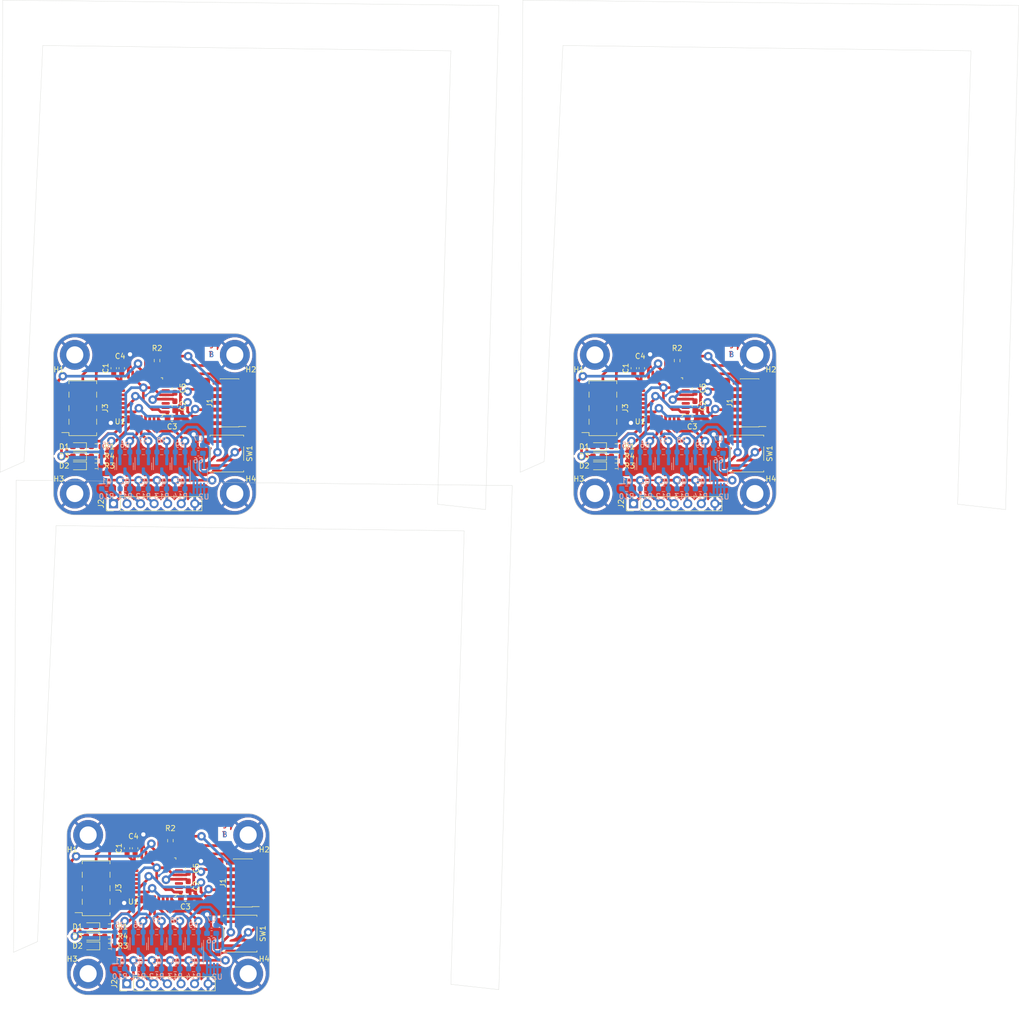
<source format=kicad_pcb>
(kicad_pcb (version 20221018) (generator pcbnew)
  (layers (0 "F.Cu" signal) (31 "B.Cu" signal) (34 "B.Paste" user) (35 "F.Paste" user) (36 "B.SilkS" user "B.Silkscreen") (37 "F.SilkS" user "F.Silkscreen") (38 "B.Mask" user) (39 "F.Mask" user) (44 "Edge.Cuts" user))
  (net 0 "")
  (net 1 "+5V-v3-")
  (net 2 "GND-v3-")
  (net 3 "+3.3V-v3-")
  (net 4 "Net-(D1-K)-v3-")
  (net 6 "Net-(D3-K)-v3-")
  (net 7 "Status_LED-v3-")
  (net 8 "Data_Clock_SNES-v3-")
  (net 9 "Data_Latch_SNES-v3-")
  (net 10 "Net-(D2-K)-v3-")
  (net 11 "Serial_Data1_SNES-v3-")
  (net 12 "Serial_Data2_SNES-v3-")
  (net 13 "SPI_Chip_Select-v3-")
  (net 14 "Chip_Enable-v3-")
  (net 15 "SPI_Digital_Input-v3-")
  (net 16 "SPI_Clock-v3-")
  (net 17 "SPI_Digital_Output-v3-")
  (net 18 "IOBit_SNES-v3-")
  (net 19 "Data_Clock_STM32-v3-")
  (net 20 "Data_Latch_STM32-v3-")
  (net 21 "Appairing_Btn-v3-")
  (net 22 "Net-(U2-BP)-v3-")
  (net 23 "SWDIO-v3-")
  (net 24 "SWDCK-v3-")
  (net 27 "NRST-v3-")
  (net 28 "USART2_RX-v3-")
  (net 29 "USART2_TX-v3-")
  (net 30 "Serial_Data1_STM32-v3-")
  (net 31 "IOBit_STM32-v3-")
  (net 32 "Serial_Data2_STM32-v3-")
  (net 46 "+5V-v4-")
  (net 47 "GND-v4-")
  (net 48 "+3.3V-v4-")
  (net 49 "Net-(D1-K)-v4-")
  (net 51 "Net-(D3-K)-v4-")
  (net 52 "Status_LED-v4-")
  (net 53 "Data_Clock_SNES-v4-")
  (net 54 "Data_Latch_SNES-v4-")
  (net 55 "Net-(D2-K)-v4-")
  (net 56 "Serial_Data1_SNES-v4-")
  (net 57 "Serial_Data2_SNES-v4-")
  (net 58 "SPI_Chip_Select-v4-")
  (net 59 "Chip_Enable-v4-")
  (net 60 "SPI_Digital_Input-v4-")
  (net 61 "SPI_Clock-v4-")
  (net 62 "SPI_Digital_Output-v4-")
  (net 63 "IOBit_SNES-v4-")
  (net 64 "Data_Clock_STM32-v4-")
  (net 65 "Data_Latch_STM32-v4-")
  (net 66 "Appairing_Btn-v4-")
  (net 67 "Net-(U2-BP)-v4-")
  (net 68 "SWDIO-v4-")
  (net 69 "SWDCK-v4-")
  (net 72 "NRST-v4-")
  (net 73 "USART2_RX-v4-")
  (net 74 "USART2_TX-v4-")
  (net 75 "Serial_Data1_STM32-v4-")
  (net 76 "IOBit_STM32-v4-")
  (net 77 "Serial_Data2_STM32-v4-")
  (net 91 "+5V-v5-")
  (net 92 "GND-v5-")
  (net 93 "+3.3V-v5-")
  (net 94 "Net-(D1-K)-v5-")
  (net 96 "Net-(D3-K)-v5-")
  (net 97 "Status_LED-v5-")
  (net 98 "Data_Clock_SNES-v5-")
  (net 99 "Data_Latch_SNES-v5-")
  (net 100 "Net-(D2-K)-v5-")
  (net 101 "Serial_Data1_SNES-v5-")
  (net 102 "Serial_Data2_SNES-v5-")
  (net 103 "SPI_Chip_Select-v5-")
  (net 104 "Chip_Enable-v5-")
  (net 105 "SPI_Digital_Input-v5-")
  (net 106 "SPI_Clock-v5-")
  (net 107 "SPI_Digital_Output-v5-")
  (net 108 "IOBit_SNES-v5-")
  (net 109 "Data_Clock_STM32-v5-")
  (net 110 "Data_Latch_STM32-v5-")
  (net 111 "Appairing_Btn-v5-")
  (net 112 "Net-(U2-BP)-v5-")
  (net 113 "SWDIO-v5-")
  (net 114 "SWDCK-v5-")
  (net 117 "NRST-v5-")
  (net 118 "USART2_RX-v5-")
  (net 119 "USART2_TX-v5-")
  (net 120 "Serial_Data1_STM32-v5-")
  (net 121 "IOBit_STM32-v5-")
  (net 122 "Serial_Data2_STM32-v5-")
  (footprint "Connector_PinHeader_2.54mm:PinHeader_1x07_P2.54mm_Vertical" (layer "F.Cu") (at 25 185.65 90)
    (fp_text reference "J2")
    (fp_text value "Conn_01x07_Socket")
  )
  (footprint "Connector_PinSocket_2.54mm:PinSocket_2x04_P2.54mm_Vertical_SMD" (layer "F.Cu") (at 114.25 77.75 180)
    (fp_text reference "J3")
    (fp_text value "Conn_01x08_Socket")
  )
  (footprint "Connector_PinHeader_2.54mm:PinHeader_1x07_P2.54mm_Vertical" (layer "F.Cu") (at 22.5 95.65 90)
    (fp_text reference "J2")
    (fp_text value "Conn_01x07_Socket")
  )
  (footprint "MountingHole:MountingHole_3.2mm_M3_DIN965_Pad" (layer "F.Cu") (at 47.75 183.75)
    (fp_text reference "H4")
    (fp_text value "MountingHole_Pad")
  )
  (footprint "Diode_SMD:D_0603_1608Metric_Pad1.05x0.95mm_HandSolder" (layer "F.Cu") (at 15.76875 88.55 180)
    (fp_text reference "D2")
    (fp_text value "LED_Small")
  )
  (footprint "MountingHole:MountingHole_3.2mm_M3_DIN965_Pad" (layer "F.Cu") (at 47.75 157.75)
    (fp_text reference "H2")
    (fp_text value "MountingHole_Pad")
  )
  (footprint "Diode_SMD:D_0603_1608Metric_Pad1.05x0.95mm_HandSolder" (layer "F.Cu") (at 113.26875 88.55 180)
    (fp_text reference "D2")
    (fp_text value "LED_Small")
  )
  (footprint "Resistor_SMD:R_0603_1608Metric_Pad0.98x0.95mm_HandSolder" (layer "F.Cu") (at 128.17 68.82 90)
    (fp_text reference "R2")
    (fp_text value "10k")
  )
  (footprint "Capacitor_SMD:C_0603_1608Metric_Pad1.08x0.95mm_HandSolder" (layer "F.Cu") (at 120.05 70.25 90)
    (fp_text reference "C1")
    (fp_text value "10u")
  )
  (footprint "MountingHole:MountingHole_3.2mm_M3_DIN965_Pad" (layer "F.Cu") (at 45.25 93.75)
    (fp_text reference "H4")
    (fp_text value "MountingHole_Pad")
  )
  (footprint "Capacitor_SMD:C_0603_1608Metric_Pad1.08x0.95mm_HandSolder" (layer "F.Cu") (at 34.01 74 90)
    (fp_text reference "C5")
    (fp_text value "100n")
  )
  (footprint "MountingHole:MountingHole_3.2mm_M3_DIN965_Pad" (layer "F.Cu") (at 15.25 93.75)
    (fp_text reference "H3")
    (fp_text value "MountingHole_Pad")
  )
  (footprint "Capacitor_SMD:C_0603_1608Metric_Pad1.08x0.95mm_HandSolder" (layer "F.Cu") (at 36.0025 169.69)
    (fp_text reference "C3")
    (fp_text value "100n")
  )
  (footprint "Connector_PinSocket_2.54mm:PinSocket_2x04_P2.54mm_Vertical_SMD" (layer "F.Cu") (at 16.75 77.75 180)
    (fp_text reference "J3")
    (fp_text value "Conn_01x08_Socket")
  )
  (footprint "Diode_SMD:D_0603_1608Metric_Pad1.05x0.95mm_HandSolder" (layer "F.Cu") (at 113.26875 86.75 180)
    (fp_text reference "D3")
    (fp_text value "LED")
  )
  (footprint "Button_Switch_SMD:SW_SPST_B3S-1000" (layer "F.Cu") (at 43.75 86.25 180)
    (fp_text reference "SW1")
    (fp_text value "SW_SPST")
  )
  (footprint "Capacitor_SMD:C_0603_1608Metric_Pad1.08x0.95mm_HandSolder" (layer "F.Cu") (at 131.51 74 90)
    (fp_text reference "C5")
    (fp_text value "100n")
  )
  (footprint "Package_QFP:LQFP-32_7x7mm_P0.8mm" (layer "F.Cu") (at 28.1 75.65 180)
    (fp_text reference "U1")
    (fp_text value "STM32L412KBTx")
  )
  (footprint "Capacitor_SMD:C_0603_1608Metric_Pad1.08x0.95mm_HandSolder" (layer "F.Cu") (at 22.55 70.25 90)
    (fp_text reference "C1")
    (fp_text value "10u")
  )
  (footprint "Capacitor_SMD:C_0603_1608Metric_Pad1.08x0.95mm_HandSolder" (layer "F.Cu") (at 25.05 160.25 90)
    (fp_text reference "C1")
    (fp_text value "10u")
  )
  (footprint "Resistor_SMD:R_0603_1608Metric_Pad0.98x0.95mm_HandSolder" (layer "F.Cu") (at 19.26875 86.75)
    (fp_text reference "R4")
    (fp_text value "1k")
  )
  (footprint "Resistor_SMD:R_0603_1608Metric_Pad0.98x0.95mm_HandSolder" (layer "F.Cu") (at 116.76875 84.95)
    (fp_text reference "R1")
    (fp_text value "1k")
  )
  (footprint "Resistor_SMD:R_0603_1608Metric_Pad0.98x0.95mm_HandSolder" (layer "F.Cu") (at 33.17 158.82 90)
    (fp_text reference "R2")
    (fp_text value "10k")
  )
  (footprint "Package_QFP:LQFP-32_7x7mm_P0.8mm" (layer "F.Cu") (at 125.6 75.65 180)
    (fp_text reference "U1")
    (fp_text value "STM32L412KBTx")
  )
  (footprint "Connector_PinHeader_1.27mm:PinHeader_2x07_P1.27mm_Vertical_SMD" (layer "F.Cu") (at 46.75 166.75 180)
    (fp_text reference "J1")
    (fp_text value "Conn_02x07_Odd_Even")
  )
  (footprint "MountingHole:MountingHole_3.2mm_M3_DIN965_Pad" (layer "F.Cu") (at 45.25 67.75)
    (fp_text reference "H2")
    (fp_text value "MountingHole_Pad")
  )
  (footprint "Capacitor_SMD:C_0603_1608Metric_Pad1.08x0.95mm_HandSolder" (layer "F.Cu") (at 26.55 160.25 90)
    (fp_text reference "C4")
    (fp_text value "100n")
  )
  (footprint "Connector_PinHeader_1.27mm:PinHeader_2x07_P1.27mm_Vertical_SMD" (layer "F.Cu") (at 141.75 76.75 180)
    (fp_text reference "J1")
    (fp_text value "Conn_02x07_Odd_Even")
  )
  (footprint "Capacitor_SMD:C_0603_1608Metric_Pad1.08x0.95mm_HandSolder" (layer "F.Cu") (at 131.51 77.3025 90)
    (fp_text reference "C2")
    (fp_text value "100n")
  )
  (footprint "Capacitor_SMD:C_0603_1608Metric_Pad1.08x0.95mm_HandSolder" (layer "F.Cu") (at 36.51 164 90)
    (fp_text reference "C5")
    (fp_text value "100n")
  )
  (footprint "Capacitor_SMD:C_0603_1608Metric_Pad1.08x0.95mm_HandSolder" (layer "F.Cu") (at 121.55 70.25 90)
    (fp_text reference "C4")
    (fp_text value "100n")
  )
  (footprint "MountingHole:MountingHole_3.2mm_M3_DIN965_Pad" (layer "F.Cu") (at 112.75 93.75)
    (fp_text reference "H3")
    (fp_text value "MountingHole_Pad")
  )
  (footprint "Capacitor_SMD:C_0603_1608Metric_Pad1.08x0.95mm_HandSolder" (layer "F.Cu") (at 131.0025 79.69)
    (fp_text reference "C3")
    (fp_text value "100n")
  )
  (footprint "Diode_SMD:D_0603_1608Metric_Pad1.05x0.95mm_HandSolder" (layer "F.Cu") (at 18.26875 176.75 180)
    (fp_text reference "D3")
    (fp_text value "LED")
  )
  (footprint "Connector_PinHeader_2.54mm:PinHeader_1x07_P2.54mm_Vertical" (layer "F.Cu") (at 120 95.65 90)
    (fp_text reference "J2")
    (fp_text value "Conn_01x07_Socket")
  )
  (footprint "MountingHole:MountingHole_3.2mm_M3_DIN965_Pad" (layer "F.Cu") (at 15.25 67.75)
    (fp_text reference "H1")
    (fp_text value "MountingHole_Pad")
  )
  (footprint "Connector_PinSocket_2.54mm:PinSocket_2x04_P2.54mm_Vertical_SMD" (layer "F.Cu") (at 19.25 167.75 180)
    (fp_text reference "J3")
    (fp_text value "Conn_01x08_Socket")
  )
  (footprint "Resistor_SMD:R_0603_1608Metric_Pad0.98x0.95mm_HandSolder" (layer "F.Cu") (at 21.76875 174.95)
    (fp_text reference "R1")
    (fp_text value "1k")
  )
  (footprint "Resistor_SMD:R_0603_1608Metric_Pad0.98x0.95mm_HandSolder" (layer "F.Cu") (at 30.67 68.82 90)
    (fp_text reference "R2")
    (fp_text value "10k")
  )
  (footprint "MountingHole:MountingHole_3.2mm_M3_DIN965_Pad" (layer "F.Cu") (at 17.75 157.75)
    (fp_text reference "H1")
    (fp_text value "MountingHole_Pad")
  )
  (footprint "Package_QFP:LQFP-32_7x7mm_P0.8mm" (layer "F.Cu") (at 30.6 165.65 180)
    (fp_text reference "U1")
    (fp_text value "STM32L412KBTx")
  )
  (footprint "Connector_PinHeader_1.27mm:PinHeader_2x07_P1.27mm_Vertical_SMD" (layer "F.Cu") (at 44.25 76.75 180)
    (fp_text reference "J1")
    (fp_text value "Conn_02x07_Odd_Even")
  )
  (footprint "Capacitor_SMD:C_0603_1608Metric_Pad1.08x0.95mm_HandSolder" (layer "F.Cu") (at 24.05 70.25 90)
    (fp_text reference "C4")
    (fp_text value "100n")
  )
  (footprint "Resistor_SMD:R_0603_1608Metric_Pad0.98x0.95mm_HandSolder" (layer "F.Cu") (at 19.26875 88.55)
    (fp_text reference "R3")
    (fp_text value "1k")
  )
  (footprint "MountingHole:MountingHole_3.2mm_M3_DIN965_Pad" (layer "F.Cu") (at 142.75 67.75)
    (fp_text reference "H2")
    (fp_text value "MountingHole_Pad")
  )
  (footprint "Resistor_SMD:R_0603_1608Metric_Pad0.98x0.95mm_HandSolder" (layer "F.Cu") (at 116.76875 86.75)
    (fp_text reference "R4")
    (fp_text value "1k")
  )
  (footprint "Diode_SMD:D_0603_1608Metric_Pad1.05x0.95mm_HandSolder" (layer "F.Cu") (at 15.76875 86.75 180)
    (fp_text reference "D3")
    (fp_text value "LED")
  )
  (footprint "MountingHole:MountingHole_3.2mm_M3_DIN965_Pad" (layer "F.Cu") (at 112.75 67.75)
    (fp_text reference "H1")
    (fp_text value "MountingHole_Pad")
  )
  (footprint "Diode_SMD:D_0603_1608Metric_Pad1.05x0.95mm_HandSolder" (layer "F.Cu") (at 18.26875 178.55 180)
    (fp_text reference "D2")
    (fp_text value "LED_Small")
  )
  (footprint "Diode_SMD:D_0603_1608Metric_Pad1.05x0.95mm_HandSolder" (layer "F.Cu") (at 113.26875 84.95 180)
    (fp_text reference "D1")
    (fp_text value "LED_Small")
  )
  (footprint "Resistor_SMD:R_0603_1608Metric_Pad0.98x0.95mm_HandSolder" (layer "F.Cu") (at 116.76875 88.55)
    (fp_text reference "R3")
    (fp_text value "1k")
  )
  (footprint "Button_Switch_SMD:SW_SPST_B3S-1000" (layer "F.Cu") (at 141.25 86.25 180)
    (fp_text reference "SW1")
    (fp_text value "SW_SPST")
  )
  (footprint "Button_Switch_SMD:SW_SPST_B3S-1000" (layer "F.Cu") (at 46.25 176.25 180)
    (fp_text reference "SW1")
    (fp_text value "SW_SPST")
  )
  (footprint "Diode_SMD:D_0603_1608Metric_Pad1.05x0.95mm_HandSolder" (layer "F.Cu") (at 15.76875 84.95 180)
    (fp_text reference "D1")
    (fp_text value "LED_Small")
  )
  (footprint "MountingHole:MountingHole_3.2mm_M3_DIN965_Pad" (layer "F.Cu") (at 142.75 93.75)
    (fp_text reference "H4")
    (fp_text value "MountingHole_Pad")
  )
  (footprint "Resistor_SMD:R_0603_1608Metric_Pad0.98x0.95mm_HandSolder" (layer "F.Cu") (at 21.76875 176.75)
    (fp_text reference "R4")
    (fp_text value "1k")
  )
  (footprint "Resistor_SMD:R_0603_1608Metric_Pad0.98x0.95mm_HandSolder" (layer "F.Cu") (at 21.76875 178.55)
    (fp_text reference "R3")
    (fp_text value "1k")
  )
  (footprint "Capacitor_SMD:C_0603_1608Metric_Pad1.08x0.95mm_HandSolder" (layer "F.Cu") (at 34.01 77.3025 90)
    (fp_text reference "C2")
    (fp_text value "100n")
  )
  (footprint "Capacitor_SMD:C_0603_1608Metric_Pad1.08x0.95mm_HandSolder" (layer "F.Cu") (at 33.5025 79.69)
    (fp_text reference "C3")
    (fp_text value "100n")
  )
  (footprint "Capacitor_SMD:C_0603_1608Metric_Pad1.08x0.95mm_HandSolder" (layer "F.Cu") (at 36.51 167.3025 90)
    (fp_text reference "C2")
    (fp_text value "100n")
  )
  (footprint "Resistor_SMD:R_0603_1608Metric_Pad0.98x0.95mm_HandSolder" (layer "F.Cu") (at 19.26875 84.95)
    (fp_text reference "R1")
    (fp_text value "1k")
  )
  (footprint "Diode_SMD:D_0603_1608Metric_Pad1.05x0.95mm_HandSolder" (layer "F.Cu") (at 18.26875 174.95 180)
    (fp_text reference "D1")
    (fp_text value "LED_Small")
  )
  (footprint "MountingHole:MountingHole_3.2mm_M3_DIN965_Pad" (layer "F.Cu") (at 17.75 183.75)
    (fp_text reference "H3")
    (fp_text value "MountingHole_Pad")
  )
  (footprint "Resistor_SMD:R_0603_1608Metric_Pad0.98x0.95mm_HandSolder" (layer "B.Cu") (at 118.7 92.85)
    (fp_text reference "R10")
    (fp_text value "10k")
  )
  (footprint "Package_TO_SOT_SMD:SOT-23" (layer "B.Cu") (at 129.05 88.65 -90)
    (fp_text reference "Q4")
    (fp_text value "2N7002")
  )
  (footprint "Resistor_SMD:R_0603_1608Metric_Pad0.98x0.95mm_HandSolder" (layer "B.Cu") (at 23.7 175.95)
    (fp_text reference "R5")
    (fp_text value "10k")
  )
  (footprint "Capacitor_SMD:C_0603_1608Metric_Pad1.08x0.95mm_HandSolder" (layer "B.Cu") (at 38.4 86.2 180)
    (fp_text reference "C6")
    (fp_text value "470p")
  )
  (footprint "Resistor_SMD:R_0603_1608Metric_Pad0.98x0.95mm_HandSolder" (layer "B.Cu") (at 34.05 175.95)
    (fp_text reference "R8")
    (fp_text value "10k")
  )
  (footprint "Capacitor_SMD:C_0603_1608Metric_Pad1.08x0.95mm_HandSolder" (layer "B.Cu") (at 40.9 176.2 180)
    (fp_text reference "C6")
    (fp_text value "470p")
  )
  (footprint "Resistor_SMD:R_0603_1608Metric_Pad0.98x0.95mm_HandSolder" (layer "B.Cu") (at 129.05 92.85)
    (fp_text reference "R13")
    (fp_text value "10k")
  )
  (footprint "Resistor_SMD:R_0603_1608Metric_Pad0.98x0.95mm_HandSolder" (layer "B.Cu") (at 31.55 92.85)
    (fp_text reference "R13")
    (fp_text value "10k")
  )
  (footprint "Resistor_SMD:R_0603_1608Metric_Pad0.98x0.95mm_HandSolder" (layer "B.Cu") (at 132.5 92.85)
    (fp_text reference "R14")
    (fp_text value "10k")
  )
  (footprint "Resistor_SMD:R_0603_1608Metric_Pad0.98x0.95mm_HandSolder" (layer "B.Cu") (at 31.55 85.95)
    (fp_text reference "R8")
    (fp_text value "10k")
  )
  (footprint "Capacitor_SMD:C_0603_1608Metric_Pad1.08x0.95mm_HandSolder" (layer "B.Cu") (at 135.9 86.2 180)
    (fp_text reference "C6")
    (fp_text value "470p")
  )
  (footprint "Capacitor_SMD:C_0603_1608Metric_Pad1.08x0.95mm_HandSolder" (layer "B.Cu") (at 40.9 174.7 180)
    (fp_text reference "C7")
    (fp_text value "2.2u")
  )
  (footprint "Resistor_SMD:R_0603_1608Metric_Pad0.98x0.95mm_HandSolder" (layer "B.Cu") (at 27.15 175.95)
    (fp_text reference "R6")
    (fp_text value "10k")
  )
  (footprint "Package_TO_SOT_SMD:SOT-23" (layer "B.Cu") (at 118.7 88.65 -90)
    (fp_text reference "Q1")
    (fp_text value "2N7002")
  )
  (footprint "Resistor_SMD:R_0603_1608Metric_Pad0.98x0.95mm_HandSolder" (layer "B.Cu") (at 125.6 92.85)
    (fp_text reference "R12")
    (fp_text value "10k")
  )
  (footprint "Resistor_SMD:R_0603_1608Metric_Pad0.98x0.95mm_HandSolder" (layer "B.Cu") (at 37.5 182.85)
    (fp_text reference "R14")
    (fp_text value "10k")
  )
  (footprint "Resistor_SMD:R_0603_1608Metric_Pad0.98x0.95mm_HandSolder" (layer "B.Cu") (at 23.7 182.85)
    (fp_text reference "R10")
    (fp_text value "10k")
  )
  (footprint "Package_TO_SOT_SMD:SOT-23" (layer "B.Cu") (at 27.15 178.65 -90)
    (fp_text reference "Q2")
    (fp_text value "2N7002")
  )
  (footprint "Package_TO_SOT_SMD:SOT-23" (layer "B.Cu") (at 122.15 88.65 -90)
    (fp_text reference "Q2")
    (fp_text value "2N7002")
  )
  (footprint "Package_TO_SOT_SMD:SOT-23" (layer "B.Cu") (at 30.6 178.65 -90)
    (fp_text reference "Q3")
    (fp_text value "2N7002")
  )
  (footprint "Package_TO_SOT_SMD:SOT-23" (layer "B.Cu") (at 132.5 88.65 -90)
    (fp_text reference "Q5")
    (fp_text value "2N7002")
  )
  (footprint "Resistor_SMD:R_0603_1608Metric_Pad0.98x0.95mm_HandSolder" (layer "B.Cu") (at 125.6 85.95)
    (fp_text reference "R7")
    (fp_text value "10k")
  )
  (footprint "Package_TO_SOT_SMD:SOT-23" (layer "B.Cu") (at 21.2 88.65 -90)
    (fp_text reference "Q1")
    (fp_text value "2N7002")
  )
  (footprint "Package_TO_SOT_SMD:SOT-23" (layer "B.Cu") (at 31.55 88.65 -90)
    (fp_text reference "Q4")
    (fp_text value "2N7002")
  )
  (footprint "Capacitor_SMD:C_0603_1608Metric_Pad1.08x0.95mm_HandSolder" (layer "B.Cu") (at 38.4 84.7 180)
    (fp_text reference "C7")
    (fp_text value "2.2u")
  )
  (footprint "Package_TO_SOT_SMD:SOT-23" (layer "B.Cu") (at 125.6 88.65 -90)
    (fp_text reference "Q3")
    (fp_text value "2N7002")
  )
  (footprint "Resistor_SMD:R_0603_1608Metric_Pad0.98x0.95mm_HandSolder" (layer "B.Cu") (at 21.2 85.95)
    (fp_text reference "R5")
    (fp_text value "10k")
  )
  (footprint "Resistor_SMD:R_0603_1608Metric_Pad0.98x0.95mm_HandSolder" (layer "B.Cu") (at 28.1 85.95)
    (fp_text reference "R7")
    (fp_text value "10k")
  )
  (footprint "Resistor_SMD:R_0603_1608Metric_Pad0.98x0.95mm_HandSolder" (layer "B.Cu") (at 122.15 92.85)
    (fp_text reference "R11")
    (fp_text value "10k")
  )
  (footprint "Package_TO_SOT_SMD:SOT-23" (layer "B.Cu") (at 35 88.65 -90)
    (fp_text reference "Q5")
    (fp_text value "2N7002")
  )
  (footprint "Resistor_SMD:R_0603_1608Metric_Pad0.98x0.95mm_HandSolder" (layer "B.Cu") (at 132.5 85.95)
    (fp_text reference "R9")
    (fp_text value "10k")
  )
  (footprint "Package_SO:MSOP-8_3x3mm_P0.65mm" (layer "B.Cu") (at 38.5125 90.4 -90)
    (fp_text reference "U2")
    (fp_text value "MIC5219-3.3YMM")
  )
  (footprint "Package_TO_SOT_SMD:SOT-23" (layer "B.Cu") (at 37.5 178.65 -90)
    (fp_text reference "Q5")
    (fp_text value "2N7002")
  )
  (footprint "Package_TO_SOT_SMD:SOT-23" (layer "B.Cu") (at 24.65 88.65 -90)
    (fp_text reference "Q2")
    (fp_text value "2N7002")
  )
  (footprint "Package_SO:MSOP-8_3x3mm_P0.65mm" (layer "B.Cu") (at 41.0125 180.4 -90)
    (fp_text reference "U2")
    (fp_text value "MIC5219-3.3YMM")
  )
  (footprint "Resistor_SMD:R_0603_1608Metric_Pad0.98x0.95mm_HandSolder" (layer "B.Cu") (at 34.05 182.85)
    (fp_text reference "R13")
    (fp_text value "10k")
  )
  (footprint "Capacitor_SMD:C_0603_1608Metric_Pad1.08x0.95mm_HandSolder" (layer "B.Cu") (at 135.9 84.7 180)
    (fp_text reference "C7")
    (fp_text value "2.2u")
  )
  (footprint "Package_TO_SOT_SMD:SOT-23" (layer "B.Cu") (at 28.1 88.65 -90)
    (fp_text reference "Q3")
    (fp_text value "2N7002")
  )
  (footprint "Resistor_SMD:R_0603_1608Metric_Pad0.98x0.95mm_HandSolder" (layer "B.Cu") (at 35 85.95)
    (fp_text reference "R9")
    (fp_text value "10k")
  )
  (footprint "Resistor_SMD:R_0603_1608Metric_Pad0.98x0.95mm_HandSolder" (layer "B.Cu") (at 21.2 92.85)
    (fp_text reference "R10")
    (fp_text value "10k")
  )
  (footprint "Resistor_SMD:R_0603_1608Metric_Pad0.98x0.95mm_HandSolder" (layer "B.Cu") (at 30.6 175.95)
    (fp_text reference "R7")
    (fp_text value "10k")
  )
  (footprint "Resistor_SMD:R_0603_1608Metric_Pad0.98x0.95mm_HandSolder" (layer "B.Cu") (at 37.5 175.95)
    (fp_text reference "R9")
    (fp_text value "10k")
  )
  (footprint "Package_TO_SOT_SMD:SOT-23" (layer "B.Cu") (at 23.7 178.65 -90)
    (fp_text reference "Q1")
    (fp_text value "2N7002")
  )
  (footprint "Resistor_SMD:R_0603_1608Metric_Pad0.98x0.95mm_HandSolder" (layer "B.Cu") (at 28.1 92.85)
    (fp_text reference "R12")
    (fp_text value "10k")
  )
  (footprint "Resistor_SMD:R_0603_1608Metric_Pad0.98x0.95mm_HandSolder" (layer "B.Cu") (at 24.65 92.85)
    (fp_text reference "R11")
    (fp_text value "10k")
  )
  (footprint "Resistor_SMD:R_0603_1608Metric_Pad0.98x0.95mm_HandSolder" (layer "B.Cu") (at 27.15 182.85)
    (fp_text reference "R11")
    (fp_text value "10k")
  )
  (footprint "Resistor_SMD:R_0603_1608Metric_Pad0.98x0.95mm_HandSolder" (layer "B.Cu") (at 122.15 85.95)
    (fp_text reference "R6")
    (fp_text value "10k")
  )
  (footprint "Package_TO_SOT_SMD:SOT-23" (layer "B.Cu") (at 34.05 178.65 -90)
    (fp_text reference "Q4")
    (fp_text value "2N7002")
  )
  (footprint "Package_SO:MSOP-8_3x3mm_P0.65mm" (layer "B.Cu") (at 136.0125 90.4 -90)
    (fp_text reference "U2")
    (fp_text value "MIC5219-3.3YMM")
  )
  (footprint "Resistor_SMD:R_0603_1608Metric_Pad0.98x0.95mm_HandSolder" (layer "B.Cu") (at 129.05 85.95)
    (fp_text reference "R8")
    (fp_text value "10k")
  )
  (footprint "Resistor_SMD:R_0603_1608Metric_Pad0.98x0.95mm_HandSolder" (layer "B.Cu") (at 35 92.85)
    (fp_text reference "R14")
    (fp_text value "10k")
  )
  (footprint "Resistor_SMD:R_0603_1608Metric_Pad0.98x0.95mm_HandSolder" (layer "B.Cu") (at 118.7 85.95)
    (fp_text reference "R5")
    (fp_text value "10k")
  )
  (footprint "Resistor_SMD:R_0603_1608Metric_Pad0.98x0.95mm_HandSolder" (layer "B.Cu") (at 30.6 182.85)
    (fp_text reference "R12")
    (fp_text value "10k")
  )
  (footprint "Resistor_SMD:R_0603_1608Metric_Pad0.98x0.95mm_HandSolder" (layer "B.Cu") (at 24.65 85.95)
    (fp_text reference "R6")
    (fp_text value "10k")
  )
  (gr_line (start 108.75 93.75) (end 108.75 67.75) (stroke (width 0.1)) (layer "Edge.Cuts"))
  (gr_line (start 51.75 157.75) (end 51.75 183.75) (stroke (width 0.1)) (layer "Edge.Cuts"))
  (gr_line (start 11.74998 99.749928) (end 8.24998 177.749928) (stroke (width 0.05)) (layer "Edge.Cuts"))
  (gr_line (start 1.74998 1.249928) (end 94.74998 2.249928) (stroke (width 0.05)) (layer "Edge.Cuts"))
  (gr_line (start 85.74998 185.749928) (end 88.24998 100.749928) (stroke (width 0.05)) (layer "Edge.Cuts"))
  (gr_line (start 106.74998 9.749928) (end 103.24998 87.749928) (stroke (width 0.05)) (layer "Edge.Cuts"))
  (gr_arc (start 51.75 183.75) (mid 50.578427 186.578427) (end 47.75 187.75) (stroke (width 0.1)) (layer "Edge.Cuts"))
  (gr_line (start 92.24998 96.749928) (end 83.24998 95.749928) (stroke (width 0.05)) (layer "Edge.Cuts"))
  (gr_line (start 97.24998 92.249928) (end 94.74998 186.749928) (stroke (width 0.05)) (layer "Edge.Cuts"))
  (gr_line (start 192.24998 2.249928) (end 189.74998 96.749928) (stroke (width 0.05)) (layer "Edge.Cuts"))
  (gr_line (start 98.74998 89.749928) (end 99.24998 1.249928) (stroke (width 0.05)) (layer "Edge.Cuts"))
  (gr_line (start 45.25 97.75) (end 15.25 97.75) (stroke (width 0.1)) (layer "Edge.Cuts"))
  (gr_line (start 189.74998 96.749928) (end 180.74998 95.749928) (stroke (width 0.05)) (layer "Edge.Cuts"))
  (gr_arc (start 146.75 93.75) (mid 145.578427 96.578427) (end 142.75 97.75) (stroke (width 0.1)) (layer "Edge.Cuts"))
  (gr_line (start 1.24998 89.749928) (end 1.74998 1.249928) (stroke (width 0.05)) (layer "Edge.Cuts"))
  (gr_line (start 94.74998 186.749928) (end 85.74998 185.749928) (stroke (width 0.05)) (layer "Edge.Cuts"))
  (gr_line (start 3.74998 179.749928) (end 4.24998 91.249928) (stroke (width 0.05)) (layer "Edge.Cuts"))
  (gr_arc (start 112.75 97.75) (mid 109.921573 96.578427) (end 108.75 93.75) (stroke (width 0.1)) (layer "Edge.Cuts"))
  (gr_line (start 94.74998 2.249928) (end 92.24998 96.749928) (stroke (width 0.05)) (layer "Edge.Cuts"))
  (gr_arc (start 15.25 97.75) (mid 12.421573 96.578427) (end 11.25 93.75) (stroke (width 0.1)) (layer "Edge.Cuts"))
  (gr_line (start 142.75 97.75) (end 112.75 97.75) (stroke (width 0.1)) (layer "Edge.Cuts"))
  (gr_line (start 13.75 183.75) (end 13.75 157.75) (stroke (width 0.1)) (layer "Edge.Cuts"))
  (gr_arc (start 17.75 187.75) (mid 14.921573 186.578427) (end 13.75 183.75) (stroke (width 0.1)) (layer "Edge.Cuts"))
  (gr_line (start 17.75 153.75) (end 47.75 153.75) (stroke (width 0.1)) (layer "Edge.Cuts"))
  (gr_line (start 88.24998 100.749928) (end 11.74998 99.749928) (stroke (width 0.05)) (layer "Edge.Cuts"))
  (gr_line (start 9.24998 9.749928) (end 5.74998 87.749928) (stroke (width 0.05)) (layer "Edge.Cuts"))
  (gr_line (start 5.74998 87.749928) (end 1.24998 89.749928) (stroke (width 0.05)) (layer "Edge.Cuts"))
  (gr_line (start 99.24998 1.249928) (end 192.24998 2.249928) (stroke (width 0.05)) (layer "Edge.Cuts"))
  (gr_line (start 49.25 67.75) (end 49.25 93.75) (stroke (width 0.1)) (layer "Edge.Cuts"))
  (gr_arc (start 142.75 63.75) (mid 145.578427 64.921573) (end 146.75 67.75) (stroke (width 0.1)) (layer "Edge.Cuts"))
  (gr_line (start 47.75 187.75) (end 17.75 187.75) (stroke (width 0.1)) (layer "Edge.Cuts"))
  (gr_line (start 112.75 63.75) (end 142.75 63.75) (stroke (width 0.1)) (layer "Edge.Cuts"))
  (gr_arc (start 108.75 67.75) (mid 109.921573 64.921573) (end 112.75 63.75) (stroke (width 0.1)) (layer "Edge.Cuts"))
  (gr_line (start 11.25 93.75) (end 11.25 67.75) (stroke (width 0.1)) (layer "Edge.Cuts"))
  (gr_line (start 146.75 67.75) (end 146.75 93.75) (stroke (width 0.1)) (layer "Edge.Cuts"))
  (gr_arc (start 11.25 67.75) (mid 12.421573 64.921573) (end 15.25 63.75) (stroke (width 0.1)) (layer "Edge.Cuts"))
  (gr_line (start 15.25 63.75) (end 45.25 63.75) (stroke (width 0.1)) (layer "Edge.Cuts"))
  (gr_arc (start 45.25 63.75) (mid 48.078427 64.921573) (end 49.25 67.75) (stroke (width 0.1)) (layer "Edge.Cuts"))
  (gr_line (start 180.74998 95.749928) (end 183.24998 10.749928) (stroke (width 0.05)) (layer "Edge.Cuts"))
  (gr_line (start 85.74998 10.749928) (end 9.24998 9.749928) (stroke (width 0.05)) (layer "Edge.Cuts"))
  (gr_line (start 83.24998 95.749928) (end 85.74998 10.749928) (stroke (width 0.05)) (layer "Edge.Cuts"))
  (gr_arc (start 13.75 157.75) (mid 14.921573 154.921573) (end 17.75 153.75) (stroke (width 0.1)) (layer "Edge.Cuts"))
  (gr_line (start 183.24998 10.749928) (end 106.74998 9.749928) (stroke (width 0.05)) (layer "Edge.Cuts"))
  (gr_line (start 103.24998 87.749928) (end 98.74998 89.749928) (stroke (width 0.05)) (layer "Edge.Cuts"))
  (gr_arc (start 47.75 153.75) (mid 50.578427 154.921573) (end 51.75 157.75) (stroke (width 0.1)) (layer "Edge.Cuts"))
  (gr_line (start 4.24998 91.249928) (end 97.24998 92.249928) (stroke (width 0.05)) (layer "Edge.Cuts"))
  (gr_line (start 8.24998 177.749928) (end 3.74998 179.749928) (stroke (width 0.05)) (layer "Edge.Cuts"))
  (gr_arc (start 49.25 93.75) (mid 48.078427 96.578427) (end 45.25 97.75) (stroke (width 0.1)) (layer "Edge.Cuts"))
  (gr_text "T" (at 42.75 158.25) (layer "F.Cu") (effects (font (size 1 1)) (justify left bottom)))
  (gr_text "SNES Plug" (at 33.25 66.25) (layer "F.Cu") (effects (font (size 1 1)) (justify left bottom)))
  (gr_text "T" (at 40.25 68.25) (layer "F.Cu") (effects (font (size 1 1)) (justify left bottom)))
  (gr_text "T" (at 137.75 68.25) (layer "F.Cu") (effects (font (size 1 1)) (justify left bottom)))
  (gr_text "SNES Plug" (at 130.75 66.25) (layer "F.Cu") (effects (font (size 1 1)) (justify left bottom)))
  (gr_text "SNES Plug" (at 35.75 156.25) (layer "F.Cu") (effects (font (size 1 1)) (justify left bottom)))
  (gr_text "B" (at 42.75 158.25) (layer "B.Cu") (effects (font (size 1 1)) (justify left bottom)))
  (gr_text "B" (at 137.75 68.25) (layer "B.Cu") (effects (font (size 1 1)) (justify left bottom)))
  (gr_text "B" (at 40.25 68.25) (layer "B.Cu") (effects (font (size 1 1)) (justify left bottom)))
  (segment (start 23.7375 94.4125) (end 22.5 95.65) (width 0.5) (layer "F.Cu") (net 1))
  (segment (start 14.89375 88.584561) (end 16.309189 90) (width 0.5) (layer "F.Cu") (net 1))
  (segment (start 23.7375 91.25) (end 27.1875 91.25) (width 0.3) (layer "F.Cu") (net 1))
  (segment (start 14.89375 88.55) (end 14.89375 88.584561) (width 0.5) (layer "F.Cu") (net 1))
  (segment (start 34.0875 91.25) (end 41 91.25) (width 0.5) (layer "F.Cu") (net 1))
  (segment (start 16.309189 90) (end 17.75 90) (width 0.5) (layer "F.Cu") (net 1))
  (segment (start 30.6375 91.25) (end 34.0875 91.25) (width 0.5) (layer "F.Cu") (net 1))
  (segment (start 30.6375 91.25) (end 27.1875 91.25) (width 0.5) (layer "F.Cu") (net 1))
  (segment (start 17.75 90) (end 19 91.25) (width 0.5) (layer "F.Cu") (net 1))
  (segment (start 19 91.25) (end 23.7375 91.25) (width 0.5) (layer "F.Cu") (net 1))
  (segment (start 23.7375 91.25) (end 23.7375 94.4125) (width 0.5) (layer "F.Cu") (net 1))
  (via (at 27.1875 91.25) (size 1.6) (drill 0.8) (layers "F.Cu" "B.Cu") (net 1))
  (via (at 41 91.25) (size 1.6) (drill 0.8) (layers "F.Cu" "B.Cu") (net 1))
  (via (at 34.0875 91.25) (size 1.6) (drill 0.8) (layers "F.Cu" "B.Cu") (net 1))
  (via (at 30.6375 91.25) (size 1.6) (drill 0.8) (layers "F.Cu" "B.Cu") (net 1))
  (via (at 23.7375 91.25) (size 1.6) (drill 0.8) (layers "F.Cu" "B.Cu") (net 1))
  (segment (start 30.6375 91.25) (end 30.6375 92.85) (width 0.5) (layer "B.Cu") (net 1))
  (segment (start 40.9 91.15) (end 39.606739 91.15) (width 0.5) (layer "B.Cu") (net 1))
  (segment (start 22.5 95.0625) (end 20.2875 92.85) (width 0.5) (layer "B.Cu") (net 1))
  (segment (start 22.5 95.65) (end 22.5 95.0625) (width 0.5) (layer "B.Cu") (net 1))
  (segment (start 39.606739 91.15) (end 38.1875 89.730761) (width 0.5) (layer "B.Cu") (net 1))
  (segment (start 37.5375 88.2875) (end 37.5375 89.080761) (width 0.3) (layer "B.Cu") (net 1))
  (segment (start 37.5375 89.080761) (end 38.1875 89.730761) (width 0.3) (layer "B.Cu") (net 1))
  (segment (start 38.1875 88.2875) (end 38.1875 89.730761) (width 0.3) (layer "B.Cu") (net 1))
  (segment (start 27.1875 91.25) (end 27.1875 92.85) (width 0.5) (layer "B.Cu") (net 1))
  (segment (start 34.0875 91.25) (end 34.0875 92.85) (width 0.5) (layer "B.Cu") (net 1))
  (segment (start 41 91.25) (end 40.9 91.15) (width 0.5) (layer "B.Cu") (net 1))
  (segment (start 23.7375 92.85) (end 23.7375 91.25) (width 0.5) (layer "B.Cu") (net 1))
  (segment (start 33.34 80.715) (end 34.365 79.69) (width 0.5) (layer "F.Cu") (net 2))
  (segment (start 22.55 69.3875) (end 24.05 69.3875) (width 0.5) (layer "F.Cu") (net 2))
  (segment (start 22 80.5) (end 20.94 81.56) (width 0.5) (layer "F.Cu") (net 2))
  (segment (start 34.365 78.52) (end 34.01 78.165) (width 0.5) (layer "F.Cu") (net 2))
  (segment (start 31.79 80.715) (end 33.34 80.715) (width 0.5) (layer "F.Cu") (net 2))
  (segment (start 20.94 81.56) (end 19.27 81.56) (width 0.5) (layer "F.Cu") (net 2))
  (segment (start 25.6 67.65) (end 25.3 67.95) (width 0.5) (layer "F.Cu") (net 2))
  (segment (start 24.05 69.2) (end 25.6 67.65) (width 0.5) (layer "F.Cu") (net 2))
  (segment (start 35.911689 73.1375) (end 34.01 73.1375) (width 0.5) (layer "F.Cu") (net 2))
  (segment (start 25.3 67.95) (end 25.3 71.475) (width 0.5) (layer "F.Cu") (net 2))
  (segment (start 34.01 78.165) (end 34.01 78.091193) (width 0.5) (layer "F.Cu") (net 2))
  (segment (start 34.01 78.091193) (end 35.035 77.066193) (width 0.5) (layer "F.Cu") (net 2))
  (segment (start 30.9 79.825) (end 31.79 80.715) (width 0.5) (layer "F.Cu") (net 2))
  (segment (start 34.365 79.69) (end 34.365 78.52) (width 0.5) (layer "F.Cu") (net 2))
  (segment (start 35.035 77.066193) (end 35.035 74.1625) (width 0.5) (layer "F.Cu") (net 2))
  (segment (start 35.035 74.1625) (end 34.01 73.1375) (width 0.5) (layer "F.Cu") (net 2))
  (segment (start 24.05 69.3875) (end 24.05 69.2) (width 0.5) (layer "F.Cu") (net 2))
  (segment (start 36.399189 72.65) (end 35.911689 73.1375) (width 0.5) (layer "F.Cu") (net 2))
  (via (at 37.5375 82.65) (size 1.6) (drill 0.8) (layers "F.Cu" "B.Cu") (net 2))
  (via (at 22 80.5) (size 1.6) (drill 0.8) (layers "F.Cu" "B.Cu") (net 2))
  (via (at 25.6 67.65) (size 1.6) (drill 0.8) (layers "F.Cu" "B.Cu") (net 2))
  (via (at 36.399189 72.65) (size 1.6) (drill 0.8) (layers "F.Cu" "B.Cu") (net 2))
  (segment (start 37.5375 84.7) (end 37.5375 82.65) (width 0.5) (layer "B.Cu") (net 2))
  (segment (start 37.5375 82.6875) (end 37.5 82.65) (width 0.5) (layer "B.Cu") (net 2))
  (segment (start 28.65 67.65) (end 25.6 67.65) (width 0.5) (layer "B.Cu") (net 2))
  (segment (start 36.399189 72.65) (end 33.65 72.65) (width 0.5) (layer "B.Cu") (net 2))
  (segment (start 33.65 72.65) (end 28.65 67.65) (width 0.5) (layer "B.Cu") (net 2))
  (segment (start 37.5375 84.7) (end 37.5375 86.2) (width 0.5) (layer "B.Cu") (net 2))
  (segment (start 45.25 86) (end 45.725 86) (width 0.5) (layer "F.Cu") (net 3))
  (segment (start 12.75 83.04) (end 14.23 81.56) (width 0.5) (layer "F.Cu") (net 3))
  (segment (start 27.05 72.85) (end 23.925 72.85) (width 0.5) (layer "F.Cu") (net 3))
  (segment (start 33.6225 75.25) (end 32.275 75.25) (width 0.5) (layer "F.Cu") (net 3))
  (segment (start 32.275 75.25) (end 31.25 75.25) (width 0.5) (layer "F.Cu") (net 3))
  (segment (start 28.1 76.309189) (end 28.1 73.9) (width 0.5) (layer "F.Cu") (net 3))
  (segment (start 14.89375 86.75) (end 12.75 86.75) (width 0.5) (layer "F.Cu") (net 3))
  (segment (start 22.55 71.475) (end 23.925 72.85) (width 0.5) (layer "F.Cu") (net 3))
  (segment (start 45.725 86) (end 47.725 84) (width 0.5) (layer "F.Cu") (net 3))
  (segment (start 47.725 84) (end 48.25 83.475) (width 0.5) (layer "F.Cu") (net 3))
  (segment (start 32.64 79.69) (end 32.64 78.815) (width 0.5) (layer "F.Cu") (net 3))
  (segment (start 29.9 73.9) (end 28.1 73.9) (width 0.5) (layer "F.Cu") (net 3))
  (segment (start 30.920406 78) (end 29.790811 78) (width 0.5) (layer "F.Cu") (net 3))
  (segment (start 31.370406 78.45) (end 30.920406 78) (width 0.5) (layer "F.Cu") (net 3))
  (segment (start 46.2 79.29) (end 47.9 79.29) (width 0.5) (layer "F.Cu") (net 3))
  (segment (start 32.275 78.45) (end 31.370406 78.45) (width 0.5) (layer "F.Cu") (net 3))
  (segment (start 28.1 73.9) (end 27.05 72.85) (width 0.5) (layer "F.Cu") (net 3))
  (segment (start 32.64 78.815) (end 32.275 78.45) (width 0.5) (layer "F.Cu") (net 3))
  (segment (start 48.25 83.475) (end 48.25 79.64) (width 0.5) (layer "F.Cu") (net 3))
  (segment (start 34.01 74.8625) (end 33.6225 75.25) (width 0.5) (layer "F.Cu") (net 3))
  (segment (start 23.925 72.85) (end 23.925 71.2375) (width 0.5) (layer "F.Cu") (net 3))
  (segment (start 29.790811 78) (end 28.1 76.309189) (width 0.5) (layer "F.Cu") (net 3))
  (segment (start 12.75 86.75) (end 12.75 83.04) (width 0.5) (layer "F.Cu") (net 3))
  (segment (start 47.9 79.29) (end 48.25 79.64) (width 0.5) (layer "F.Cu") (net 3))
  (segment (start 23.925 71.2375) (end 24.05 71.1125) (width 0.5) (layer "F.Cu") (net 3))
  (segment (start 39.775 84) (end 47.725 84) (width 0.5) (layer "F.Cu") (net 3))
  (segment (start 22.55 71.1125) (end 22.55 71.475) (width 0.5) (layer "F.Cu") (net 3))
  (segment (start 31.25 75.25) (end 29.9 73.9) (width 0.5) (layer "F.Cu") (net 3))
  (via (at 45.25 86) (size 1.6) (drill 0.8) (layers "F.Cu" "B.Cu") (net 3))
  (via (at 12.75 86.75) (size 1.6) (drill 0.8) (layers "F.Cu" "B.Cu") (net 3))
  (via (at 28.1 73.9) (size 1.6) (drill 0.8) (layers "F.Cu" "B.Cu") (net 3))
  (segment (start 42.243261 89.006739) (end 45.25 86) (width 0.5) (layer "B.Cu") (net 3))
  (segment (start 39.2625 82.465811) (end 38.096689 81.3) (width 0.5) (layer "B.Cu") (net 3))
  (segment (start 23.7 87.7125) (end 23.7 85.9875) (width 0.5) (layer "B.Cu") (net 3))
  (segment (start 30.6 87.7125) (end 30.6 85.9875) (width 0.5) (layer "B.Cu") (net 3))
  (segment (start 28.1 73.9) (end 25.85 73.9) (width 0.5) (layer "B.Cu") (net 3))
  (segment (start 30.6375 83.615811) (end 30.6375 85.95) (width 0.5) (layer "B.Cu") (net 3))
  (segment (start 27.15 87.7125) (end 27.15 85.9875) (width 0.5) (layer "B.Cu") (net 3))
  (segment (start 26.121689 82.55) (end 24.803311 82.55) (width 0.5) (layer "B.Cu") (net 3))
  (segment (start 20.25 85.9875) (end 20.2875 85.95) (width 0.5) (layer "B.Cu") (net 3))
  (segment (start 28.253311 82.55) (end 29.571689 82.55) (width 0.5) (layer "B.Cu") (net 3))
  (segment (start 40.5 85.25) (end 39.95 84.7) (width 0.5) (layer "B.Cu") (net 3))
  (segment (start 23.7 85.9875) (end 23.7375 85.95) (width 0.5) (layer "B.Cu") (net 3))
  (segment (start 24.803311 82.55) (end 23.7375 83.615811) (width 0.5) (layer "B.Cu") (net 3))
  (segment (start 27.1875 85.95) (end 27.1875 83.615811) (width 0.5) (layer "B.Cu") (net 3))
  (segment (start 40.5 89.006739) (end 39.856739 89.65) (width 0.5) (layer "B.Cu") (net 3))
  (segment (start 23.7375 83.615811) (end 23.7375 85.95) (width 0.5) (layer "B.Cu") (net 3))
  (segment (start 25.85 73.9) (end 24.803311 74.946689) (width 0.5) (layer "B.Cu") (net 3))
  (segment (start 39.2625 84.7) (end 39.2625 82.465811) (width 0.5) (layer "B.Cu") (net 3))
  (segment (start 27.15 85.9875) (end 27.1875 85.95) (width 0.5) (layer "B.Cu") (net 3))
  (segment (start 20.25 87.7125) (end 20.25 85.9875) (width 0.5) (layer "B.Cu") (net 3))
  (segment (start 34.0875 85.95) (end 34.0875 83.615811) (width 0.5) (layer "B.Cu") (net 3))
  (segment (start 38.8375 88.2875) (end 38.8375 89.227817) (width 0.3) (layer "B.Cu") (net 3))
  (segment (start 31.703311 82.55) (end 30.6375 83.615811) (width 0.5) (layer "B.Cu") (net 3))
  (segment (start 13.55 85.95) (end 20.2875 85.95) (width 0.5) (layer "B.Cu") (net 3))
  (segment (start 29.571689 82.55) (end 30.6375 83.615811) (width 0.5) (layer "B.Cu") (net 3))
  (segment (start 38.096689 81.3) (end 36.403311 81.3) (width 0.5) (layer "B.Cu") (net 3))
  (segment (start 30.6 85.9875) (end 30.6375 85.95) (width 0.5) (layer "B.Cu") (net 3))
  (segment (start 39.95 84.7) (end 39.2625 84.7) (width 0.5) (layer "B.Cu") (net 3))
  (segment (start 36.403311 81.3) (end 34.0875 83.615811) (width 0.5) (layer "B.Cu") (net 3))
  (segment (start 42.243261 89.006739) (end 40.5 89.006739) (width 0.5) (layer "B.Cu") (net 3))
  (segment (start 20.2875 85.95) (end 20.2875 83.815811) (width 0.5) (layer "B.Cu") (net 3))
  (segment (start 27.1875 83.615811) (end 26.121689 82.55) (width 0.5) (layer "B.Cu") (net 3))
  (segment (start 21.553311 82.55) (end 22.671689 82.55) (width 0.5) (layer "B.Cu") (net 3))
  (segment (start 39.856739 89.65) (end 39.259683 89.65) (width 0.5) (layer "B.Cu") (net 3))
  (segment (start 12.75 86.75) (end 13.55 85.95) (width 0.5) (layer "B.Cu") (net 3))
  (segment (start 33.021689 82.55) (end 31.703311 82.55) (width 0.5) (layer "B.Cu") (net 3))
  (segment (start 20.2875 83.815811) (end 21.553311 82.55) (width 0.5) (layer "B.Cu") (net 3))
  (segment (start 38.8375 89.227817) (end 39.259683 89.65) (width 0.3) (layer "B.Cu") (net 3))
  (segment (start 24.803311 74.946689) (end 24.803311 82.55) (width 0.5) (layer "B.Cu") (net 3))
  (segment (start 27.1875 83.615811) (end 28.253311 82.55) (width 0.5) (layer "B.Cu") (net 3))
  (segment (start 40.5 89.006739) (end 40.5 85.25) (width 0.5) (layer "B.Cu") (net 3))
  (segment (start 34.05 87.7125) (end 34.05 85.9875) (width 0.5) (layer "B.Cu") (net 3))
  (segment (start 34.05 85.9875) (end 34.0875 85.95) (width 0.5) (layer "B.Cu") (net 3))
  (segment (start 22.671689 82.55) (end 23.7375 83.615811) (width 0.5) (layer "B.Cu") (net 3))
  (segment (start 34.0875 83.615811) (end 33.021689 82.55) (width 0.5) (layer "B.Cu") (net 3))
  (segment (start 18.35625 84.95) (end 16.64375 84.95) (width 0.5) (layer "F.Cu") (net 4))
  (segment (start 18.35625 86.75) (end 16.64375 86.75) (width 0.5) (layer "F.Cu") (net 6))
  (segment (start 21.5 82.5) (end 22.625 82.5) (width 0.5) (layer "F.Cu") (net 7))
  (segment (start 22.625 82.5) (end 25.3 79.825) (width 0.5) (layer "F.Cu") (net 7))
  (segment (start 14.89375 84.95) (end 15.91875 83.925) (width 0.5) (layer "F.Cu") (net 7))
  (segment (start 15.91875 83.925) (end 20.075 83.925) (width 0.5) (layer "F.Cu") (net 7))
  (segment (start 20.075 83.925) (end 21.5 82.5) (width 0.5) (layer "F.Cu") (net 7))
  (segment (start 23.5125 94.25) (end 22.1125 92.85) (width 0.5) (layer "B.Cu") (net 8))
  (segment (start 24.25 94.25) (end 23.5125 94.25) (width 0.5) (layer "B.Cu") (net 8))
  (segment (start 25.04 95.65) (end 25.04 95.04) (width 0.5) (layer "B.Cu") (net 8))
  (segment (start 22.1125 90.5) (end 21.2 89.5875) (width 0.5) (layer "B.Cu") (net 8))
  (segment (start 25.04 95.04) (end 24.25 94.25) (width 0.5) (layer "B.Cu") (net 8))
  (segment (start 22.1125 92.85) (end 22.1125 90.5) (width 0.5) (layer "B.Cu") (net 8))
  (segment (start 25.5625 92.85) (end 25.5625 90.5) (width 0.5) (layer "B.Cu") (net 9))
  (segment (start 25.5625 90.5) (end 24.65 89.5875) (width 0.5) (layer "B.Cu") (net 9))
  (segment (start 25.5625 93.7125) (end 27.5 95.65) (width 0.5) (layer "B.Cu") (net 9))
  (segment (start 25.5625 92.85) (end 25.5625 93.7125) (width 0.5) (layer "B.Cu") (net 9))
  (segment (start 16.64375 88.55) (end 18.35625 88.55) (width 0.5) (layer "F.Cu") (net 10))
  (segment (start 29.0125 94.6625) (end 30 95.65) (width 0.5) (layer "B.Cu") (net 11))
  (segment (start 29.0125 92.85) (end 29.0125 94.6625) (width 0.5) (layer "B.Cu") (net 11))
  (segment (start 29.0125 92.85) (end 29.0125 90.5) (width 0.5) (layer "B.Cu") (net 11))
  (segment (start 29.0125 90.5) (end 28.1 89.5875) (width 0.5) (layer "B.Cu") (net 11))
  (segment (start 32.4625 92.85) (end 32.4625 95.6125) (width 0.5) (layer "B.Cu") (net 12))
  (segment (start 32.4625 90.5) (end 31.55 89.5875) (width 0.5) (layer "B.Cu") (net 12))
  (segment (start 32.4625 92.85) (end 32.4625 90.5) (width 0.5) (layer "B.Cu") (net 12))
  (segment (start 32.4625 95.6125) (end 32.5 95.65) (width 0.5) (layer "B.Cu") (net 12))
  (segment (start 21.5 77.25) (end 21 77.75) (width 0.5) (layer "F.Cu") (net 13))
  (segment (start 21 77.75) (end 15.5 77.75) (width 0.5) (layer "F.Cu") (net 13))
  (segment (start 15.5 77.75) (end 14.23 79.02) (width 0.5) (layer "F.Cu") (net 13))
  (segment (start 21.5 74.5) (end 21.5 77.25) (width 0.5) (layer "F.Cu") (net 13))
  (segment (start 22.35 73.65) (end 21.5 74.5) (width 0.5) (layer "F.Cu") (net 13))
  (segment (start 23.925 73.65) (end 22.35 73.65) (width 0.5) (layer "F.Cu") (net 13))
  (segment (start 21.73 79.02) (end 22.625 78.125) (width 0.5) (layer "F.Cu") (net 14))
  (segment (start 19.27 79.02) (end 21.73 79.02) (width 0.5) (layer "F.Cu") (net 14))
  (segment (start 22.625 78.125) (end 22.625 74.845406) (width 0.5) (layer "F.Cu") (net 14))
  (segment (start 22.625 74.845406) (end 23.020406 74.45) (width 0.5) (layer "F.Cu") (net 14))
  (segment (start 23.020406 74.45) (end 23.925 74.45) (width 0.5) (layer "F.Cu") (net 14))
  (segment (start 19.27 73.94) (end 19.27 71.016307) (width 0.5) (layer "F.Cu") (net 15))
  (segment (start 26.3 66.3) (end 28.5 68.5) (width 0.5) (layer "F.Cu") (net 15))
  (segment (start 19.27 71.016307) (end 23.986307 66.3) (width 0.5) (layer "F.Cu") (net 15))
  (segment (start 28.5 68.5) (end 28.5 71.475) (width 0.5) (layer "F.Cu") (net 15))
  (segment (start 23.986307 66.3) (end 26.3 66.3) (width 0.5) (layer "F.Cu") (net 15))
  (segment (start 29.3 67.05) (end 29.3 71.475) (width 0.5) (layer "F.Cu") (net 16))
  (segment (start 18.27 76.48) (end 16.75 74.96) (width 0.5) (layer "F.Cu") (net 16))
  (segment (start 16.75 71.5) (end 23.25 65) (width 0.5) (layer "F.Cu") (net 16))
  (segment (start 19.27 76.48) (end 18.27 76.48) (width 0.5) (layer "F.Cu") (net 16))
  (segment (start 23.25 65) (end 27.25 65) (width 0.5) (layer "F.Cu") (net 16))
  (segment (start 27.25 65) (end 29.3 67.05) (width 0.5) (layer "F.Cu") (net 16))
  (segment (start 16.75 74.96) (end 16.75 71.5) (width 0.5) (layer "F.Cu") (net 16))
  (segment (start 27.7 70.570406) (end 27.7 71.475) (width 0.5) (layer "F.Cu") (net 17))
  (segment (start 27.1 69.4) (end 27.1 69.970406) (width 0.5) (layer "F.Cu") (net 17))
  (segment (start 12.18 72.57) (end 13 71.75) (width 0.5) (layer "F.Cu") (net 17))
  (segment (start 14.23 76.48) (end 13.23 76.48) (width 0.5) (layer "F.Cu") (net 17))
  (segment (start 12.18 75.43) (end 12.18 72.57) (width 0.5) (layer "F.Cu") (net 17))
  (segment (start 13.23 76.48) (end 12.18 75.43) (width 0.5) (layer "F.Cu") (net 17))
  (segment (start 27.1 69.970406) (end 27.7 70.570406) (width 0.5) (layer "F.Cu") (net 17))
  (via (at 13 71.75) (size 1.6) (drill 0.8) (layers "F.Cu" "B.Cu") (net 17))
  (via (at 27.1 69.4) (size 1.6) (drill 0.8) (layers "F.Cu" "B.Cu") (net 17))
  (segment (start 24.75 71.75) (end 27.1 69.4) (width 0.5) (layer "B.Cu") (net 17))
  (segment (start 13 71.75) (end 24.75 71.75) (width 0.5) (layer "B.Cu") (net 17))
  (segment (start 35.9125 92.85) (end 35.9125 94.7375) (width 0.5) (layer "B.Cu") (net 18))
  (segment (start 35.9125 90.5) (end 35 89.5875) (width 0.5) (layer "B.Cu") (net 18))
  (segment (start 35.9125 94.7375) (end 35 95.65) (width 0.5) (layer "B.Cu") (net 18))
  (segment (start 35.9125 92.85) (end 35.9125 90.5) (width 0.5) (layer "B.Cu") (net 18))
  (segment (start 22.1125 83.9) (end 22.929594 83.9) (width 0.5) (layer "F.Cu") (net 19))
  (segment (start 22.929594 83.9) (end 26.1 80.729594) (width 0.5) (layer "F.Cu") (net 19))
  (segment (start 26.1 80.729594) (end 26.1 79.825) (width 0.5) (layer "F.Cu") (net 19))
  (via (at 22.1125 83.9) (size 1.6) (drill 0.8) (layers "F.Cu" "B.Cu") (net 19))
  (segment (start 22.15 85.9875) (end 22.1125 85.95) (width 0.5) (layer "B.Cu") (net 19))
  (segment (start 22.15 87.7125) (end 22.15 85.9875) (width 0.5) (layer "B.Cu") (net 19))
  (segment (start 22.1125 85.95) (end 22.1125 83.9) (width 0.5) (layer "B.Cu") (net 19))
  (segment (start 26.9 82.5625) (end 26.9 79.825) (width 0.5) (layer "F.Cu") (net 20))
  (segment (start 25.5625 83.9) (end 26.9 82.5625) (width 0.5) (layer "F.Cu") (net 20))
  (via (at 25.5625 83.9) (size 1.6) (drill 0.8) (layers "F.Cu" "B.Cu") (net 20))
  (segment (start 25.5625 85.95) (end 25.5625 83.9) (width 0.5) (layer "B.Cu") (net 20))
  (segment (start 25.6 85.9875) (end 25.5625 85.95) (width 0.5) (layer "B.Cu") (net 20))
  (segment (start 25.6 87.7125) (end 25.6 85.9875) (width 0.5) (layer "B.Cu") (net 20))
  (segment (start 32.4025 68) (end 30.67 69.7325) (width 0.5) (layer "F.Cu") (net 21))
  (segment (start 30.1 71.475) (end 30.1 70.3025) (width 0.5) (layer "F.Cu") (net 21))
  (segment (start 47.725 88.5) (end 39.775 88.5) (width 0.5) (layer "F.Cu") (net 21))
  (segment (start 42 86) (end 42 86.25) (width 0.5) (layer "F.Cu") (net 21))
  (segment (start 42 86.25) (end 39.775 88.475) (width 0.5) (layer "F.Cu") (net 21))
  (segment (start 30.1 70.3025) (end 30.67 69.7325) (width 0.5) (layer "F.Cu") (net 21))
  (segment (start 39.775 88.475) (end 39.775 88.5) (width 0.5) (layer "F.Cu") (net 21))
  (segment (start 36.5 68) (end 32.4025 68) (width 0.5) (layer "F.Cu") (net 21))
  (via (at 36.5 68) (size 1.6) (drill 0.8) (layers "F.Cu" "B.Cu") (net 21))
  (via (at 42 86) (size 1.6) (drill 0.8) (layers "F.Cu" "B.Cu") (net 21))
  (segment (start 42 73.5) (end 36.5 68) (width 0.5) (layer "B.Cu") (net 21))
  (segment (start 42 86) (end 42 73.5) (width 0.5) (layer "B.Cu") (net 21))
  (segment (start 39.4875 88.2875) (end 39.4875 86.425) (width 0.3) (layer "B.Cu") (net 22))
  (segment (start 39.4875 86.425) (end 39.2625 86.2) (width 0.3) (layer "B.Cu") (net 22))
  (segment (start 24.829594 77.65) (end 26.6 75.879594) (width 0.5) (layer "F.Cu") (net 23))
  (segment (start 37.29 79.29) (end 42.3 79.29) (width 0.5) (layer "F.Cu") (net 23))
  (segment (start 36.399189 76.65) (end 36.399189 78.399189) (width 0.5) (layer "F.Cu") (net 23))
  (segment (start 23.925 77.65) (end 24.829594 77.65) (width 0.5) (layer "F.Cu") (net 23))
  (segment (start 36.399189 78.399189) (end 37.29 79.29) (width 0.5) (layer "F.Cu") (net 23))
  (segment (start 26.6 75.879594) (end 26.6 75.5) (width 0.5) (layer "F.Cu") (net 23))
  (via (at 26.6 75.5) (size 1.6) (drill 0.8) (layers "F.Cu" "B.Cu") (net 23))
  (via (at 36.399189 76.65) (size 1.6) (drill 0.8) (layers "F.Cu" "B.Cu") (net 23))
  (segment (start 35.549189 77.5) (end 36.399189 76.65) (width 0.5) (layer "B.Cu") (net 23))
  (segment (start 27.25 75.5) (end 29.25 77.5) (width 0.5) (layer "B.Cu") (net 23))
  (segment (start 26.6 75.5) (end 27.25 75.5) (width 0.5) (layer "B.Cu") (net 23))
  (segment (start 29.25 77.5) (end 35.549189 77.5) (width 0.5) (layer "B.Cu") (net 23))
  (segment (start 26.55 78.45) (end 23.925 78.45) (width 0.5) (layer "F.Cu") (net 24))
  (segment (start 27.25 77.75) (end 26.55 78.45) (width 0.5) (layer "F.Cu") (net 24))
  (segment (start 37.930901 78.02) (end 37.82076 77.909859) (width 0.5) (layer "F.Cu") (net 24))
  (segment (start 42.3 78.02) (end 37.930901 78.02) (width 0.5) (layer "F.Cu") (net 24))
  (via (at 27.25 77.75) (size 1.6) (drill 0.8) (layers "F.Cu" "B.Cu") (net 24))
  (via (at 37.82076 77.909859) (size 1.6) (drill 0.8) (layers "F.Cu" "B.Cu") (net 24))
  (segment (start 37.82076 77.909859) (end 36.480619 79.25) (width 0.5) (layer "B.Cu") (net 24))
  (segment (start 28.75 79.25) (end 27.25 77.75) (width 0.5) (layer "B.Cu") (net 24))
  (segment (start 36.480619 79.25) (end 28.75 79.25) (width 0.5) (layer "B.Cu") (net 24))
  (segment (start 32.275 76.05) (end 29.95 76.05) (width 0.5) (layer "F.Cu") (net 27))
  (segment (start 36.839189 74.21) (end 36.399189 74.65) (width 0.5) (layer "F.Cu") (net 27))
  (segment (start 42.3 74.21) (end 36.839189 74.21) (width 0.5) (layer "F.Cu") (net 27))
  (segment (start 34.01 76.44) (end 33.62 76.05) (width 0.5) (layer "F.Cu") (net 27))
  (segment (start 29.95 76.05) (end 29.85 76.15) (width 0.5) (layer "F.Cu") (net 27))
  (segment (start 33.62 76.05) (end 32.275 76.05) (width 0.5) (layer "F.Cu") (net 27))
  (via (at 36.399189 74.65) (size 1.6) (drill 0.8) (layers "F.Cu" "B.Cu") (net 27))
  (via (at 29.85 76.15) (size 1.6) (drill 0.8) (layers "F.Cu" "B.Cu") (net 27))
  (segment (start 36.399189 74.65) (end 31.35 74.65) (width 0.5) (layer "B.Cu") (net 27))
  (segment (start 31.35 74.65) (end 29.85 76.15) (width 0.5) (layer "B.Cu") (net 27))
  (segment (start 32.625 69.75) (end 41.78 69.75) (width 0.5) (layer "F.Cu") (net 28))
  (segment (start 30.9 71.475) (end 32.625 69.75) (width 0.5) (layer "F.Cu") (net 28))
  (segment (start 41.78 69.75) (end 44.97 72.94) (width 0.5) (layer "F.Cu") (net 28))
  (segment (start 44.97 72.94) (end 46.2 72.94) (width 0.5) (layer "F.Cu") (net 28))
  (segment (start 40.66 71.3) (end 33.825 71.3) (width 0.5) (layer "F.Cu") (net 29))
  (segment (start 33.825 71.3) (end 32.275 72.85) (width 0.5) (layer "F.Cu") (net 29))
  (segment (start 42.3 72.94) (end 40.66 71.3) (width 0.5) (layer "F.Cu") (net 29))
  (segment (start 27.7 82.5875) (end 29.0125 83.9) (width 0.5) (layer "F.Cu") (net 30))
  (segment (start 27.7 79.825) (end 27.7 82.5875) (width 0.5) (layer "F.Cu") (net 30))
  (via (at 29.0125 83.9) (size 1.6) (drill 0.8) (layers "F.Cu" "B.Cu") (net 30))
  (segment (start 29.05 85.9875) (end 29.0125 85.95) (width 0.5) (layer "B.Cu") (net 30))
  (segment (start 29.05 87.7125) (end 29.05 85.9875) (width 0.5) (layer "B.Cu") (net 30))
  (segment (start 29.0125 85.95) (end 29.0125 83.9) (width 0.5) (layer "B.Cu") (net 30))
  (segment (start 30.289036 82.05) (end 29.3 81.060964) (width 0.5) (layer "F.Cu") (net 31))
  (segment (start 35.9125 83.9) (end 34.0625 82.05) (width 0.5) (layer "F.Cu") (net 31))
  (segment (start 29.3 81.060964) (end 29.3 79.825) (width 0.5) (layer "F.Cu") (net 31))
  (segment (start 34.0625 82.05) (end 30.289036 82.05) (width 0.5) (layer "F.Cu") (net 31))
  (via (at 35.9125 83.9) (size 1.6) (drill 0.8) (layers "F.Cu" "B.Cu") (net 31))
  (segment (start 35.95 87.7125) (end 35.95 85.9875) (width 0.5) (layer "B.Cu") (net 31))
  (segment (start 35.95 85.9875) (end 35.9125 85.95) (width 0.5) (layer "B.Cu") (net 31))
  (segment (start 35.9125 85.95) (end 35.9125 83.9) (width 0.5) (layer "B.Cu") (net 31))
  (segment (start 28.5 81.478311) (end 28.5 79.825) (width 0.5) (layer "F.Cu") (net 32))
  (segment (start 32.4625 83.9) (end 30.921689 83.9) (width 0.5) (layer "F.Cu") (net 32))
  (segment (start 30.921689 83.9) (end 28.5 81.478311) (width 0.5) (layer "F.Cu") (net 32))
  (via (at 32.4625 83.9) (size 1.6) (drill 0.8) (layers "F.Cu" "B.Cu") (net 32))
  (segment (start 32.5 87.7125) (end 32.5 85.9875) (width 0.5) (layer "B.Cu") (net 32))
  (segment (start 32.4625 85.95) (end 32.4625 83.9) (width 0.5) (layer "B.Cu") (net 32))
  (segment (start 32.5 85.9875) (end 32.4625 85.95) (width 0.5) (layer "B.Cu") (net 32))
  (segment (start 21.5 181.25) (end 26.2375 181.25) (width 0.5) (layer "F.Cu") (net 46))
  (segment (start 18.809189 180) (end 20.25 180) (width 0.5) (layer "F.Cu") (net 46))
  (segment (start 33.1375 181.25) (end 29.6875 181.25) (width 0.5) (layer "F.Cu") (net 46))
  (segment (start 33.1375 181.25) (end 36.5875 181.25) (width 0.5) (layer "F.Cu") (net 46))
  (segment (start 36.5875 181.25) (end 43.5 181.25) (width 0.5) (layer "F.Cu") (net 46))
  (segment (start 17.39375 178.584561) (end 18.809189 180) (width 0.5) (layer "F.Cu") (net 46))
  (segment (start 26.2375 181.25) (end 29.6875 181.25) (width 0.3) (layer "F.Cu") (net 46))
  (segment (start 26.2375 181.25) (end 26.2375 184.4125) (width 0.5) (layer "F.Cu") (net 46))
  (segment (start 17.39375 178.55) (end 17.39375 178.584561) (width 0.5) (layer "F.Cu") (net 46))
  (segment (start 20.25 180) (end 21.5 181.25) (width 0.5) (layer "F.Cu") (net 46))
  (segment (start 26.2375 184.4125) (end 25 185.65) (width 0.5) (layer "F.Cu") (net 46))
  (via (at 33.1375 181.25) (size 1.6) (drill 0.8) (layers "F.Cu" "B.Cu") (net 46))
  (via (at 29.6875 181.25) (size 1.6) (drill 0.8) (layers "F.Cu" "B.Cu") (net 46))
  (via (at 36.5875 181.25) (size 1.6) (drill 0.8) (layers "F.Cu" "B.Cu") (net 46))
  (via (at 26.2375 181.25) (size 1.6) (drill 0.8) (layers "F.Cu" "B.Cu") (net 46))
  (via (at 43.5 181.25) (size 1.6) (drill 0.8) (layers "F.Cu" "B.Cu") (net 46))
  (segment (start 43.5 181.25) (end 43.4 181.15) (width 0.5) (layer "B.Cu") (net 46))
  (segment (start 25 185.0625) (end 22.7875 182.85) (width 0.5) (layer "B.Cu") (net 46))
  (segment (start 26.2375 182.85) (end 26.2375 181.25) (width 0.5) (layer "B.Cu") (net 46))
  (segment (start 40.0375 179.080761) (end 40.6875 179.730761) (width 0.3) (layer "B.Cu") (net 46))
  (segment (start 33.1375 181.25) (end 33.1375 182.85) (width 0.5) (layer "B.Cu") (net 46))
  (segment (start 42.106739 181.15) (end 40.6875 179.730761) (width 0.5) (layer "B.Cu") (net 46))
  (segment (start 40.6875 178.2875) (end 40.6875 179.730761) (width 0.3) (layer "B.Cu") (net 46))
  (segment (start 43.4 181.15) (end 42.106739 181.15) (width 0.5) (layer "B.Cu") (net 46))
  (segment (start 40.0375 178.2875) (end 40.0375 179.080761) (width 0.3) (layer "B.Cu") (net 46))
  (segment (start 25 185.65) (end 25 185.0625) (width 0.5) (layer "B.Cu") (net 46))
  (segment (start 36.5875 181.25) (end 36.5875 182.85) (width 0.5) (layer "B.Cu") (net 46))
  (segment (start 29.6875 181.25) (end 29.6875 182.85) (width 0.5) (layer "B.Cu") (net 46))
  (segment (start 36.51 168.091193) (end 37.535 167.066193) (width 0.5) (layer "F.Cu") (net 47))
  (segment (start 28.1 157.65) (end 27.8 157.95) (width 0.5) (layer "F.Cu") (net 47))
  (segment (start 27.8 157.95) (end 27.8 161.475) (width 0.5) (layer "F.Cu") (net 47))
  (segment (start 36.865 169.69) (end 36.865 168.52) (width 0.5) (layer "F.Cu") (net 47))
  (segment (start 35.84 170.715) (end 36.865 169.69) (width 0.5) (layer "F.Cu") (net 47))
  (segment (start 38.899189 162.65) (end 38.411689 163.1375) (width 0.5) (layer "F.Cu") (net 47))
  (segment (start 38.411689 163.1375) (end 36.51 163.1375) (width 0.5) (layer "F.Cu") (net 47))
  (segment (start 26.55 159.2) (end 28.1 157.65) (width 0.5) (layer "F.Cu") (net 47))
  (segment (start 36.51 168.165) (end 36.51 168.091193) (width 0.5) (layer "F.Cu") (net 47))
  (segment (start 37.535 164.1625) (end 36.51 163.1375) (width 0.5) (layer "F.Cu") (net 47))
  (segment (start 24.5 170.5) (end 23.44 171.56) (width 0.5) (layer "F.Cu") (net 47))
  (segment (start 34.29 170.715) (end 35.84 170.715) (width 0.5) (layer "F.Cu") (net 47))
  (segment (start 37.535 167.066193) (end 37.535 164.1625) (width 0.5) (layer "F.Cu") (net 47))
  (segment (start 25.05 159.3875) (end 26.55 159.3875) (width 0.5) (layer "F.Cu") (net 47))
  (segment (start 36.865 168.52) (end 36.51 168.165) (width 0.5) (layer "F.Cu") (net 47))
  (segment (start 26.55 159.3875) (end 26.55 159.2) (width 0.5) (layer "F.Cu") (net 47))
  (segment (start 23.44 171.56) (end 21.77 171.56) (width 0.5) (layer "F.Cu") (net 47))
  (segment (start 33.4 169.825) (end 34.29 170.715) (width 0.5) (layer "F.Cu") (net 47))
  (via (at 24.5 170.5) (size 1.6) (drill 0.8) (layers "F.Cu" "B.Cu") (net 47))
  (via (at 38.899189 162.65) (size 1.6) (drill 0.8) (layers "F.Cu" "B.Cu") (net 47))
  (via (at 40.0375 172.65) (size 1.6) (drill 0.8) (layers "F.Cu" "B.Cu") (net 47))
  (via (at 28.1 157.65) (size 1.6) (drill 0.8) (layers "F.Cu" "B.Cu") (net 47))
  (segment (start 31.15 157.65) (end 28.1 157.65) (width 0.5) (layer "B.Cu") (net 47))
  (segment (start 40.0375 172.6875) (end 40 172.65) (width 0.5) (layer "B.Cu") (net 47))
  (segment (start 38.899189 162.65) (end 36.15 162.65) (width 0.5) (layer "B.Cu") (net 47))
  (segment (start 40.0375 174.7) (end 40.0375 176.2) (width 0.5) (layer "B.Cu") (net 47))
  (segment (start 40.0375 174.7) (end 40.0375 172.65) (width 0.5) (layer "B.Cu") (net 47))
  (segment (start 36.15 162.65) (end 31.15 157.65) (width 0.5) (layer "B.Cu") (net 47))
  (segment (start 33.870406 168.45) (end 33.420406 168) (width 0.5) (layer "F.Cu") (net 48))
  (segment (start 36.51 164.8625) (end 36.1225 165.25) (width 0.5) (layer "F.Cu") (net 48))
  (segment (start 32.290811 168) (end 30.6 166.309189) (width 0.5) (layer "F.Cu") (net 48))
  (segment (start 50.225 174) (end 50.75 173.475) (width 0.5) (layer "F.Cu") (net 48))
  (segment (start 30.6 163.9) (end 29.55 162.85) (width 0.5) (layer "F.Cu") (net 48))
  (segment (start 50.4 169.29) (end 50.75 169.64) (width 0.5) (layer "F.Cu") (net 48))
  (segment (start 29.55 162.85) (end 26.425 162.85) (width 0.5) (layer "F.Cu") (net 48))
  (segment (start 50.75 173.475) (end 50.75 169.64) (width 0.5) (layer "F.Cu") (net 48))
  (segment (start 25.05 161.1125) (end 25.05 161.475) (width 0.5) (layer "F.Cu") (net 48))
  (segment (start 15.25 176.75) (end 15.25 173.04) (width 0.5) (layer "F.Cu") (net 48))
  (segment (start 17.39375 176.75) (end 15.25 176.75) (width 0.5) (layer "F.Cu") (net 48))
  (segment (start 34.775 168.45) (end 33.870406 168.45) (width 0.5) (layer "F.Cu") (net 48))
  (segment (start 35.14 169.69) (end 35.14 168.815) (width 0.5) (layer "F.Cu") (net 48))
  (segment (start 25.05 161.475) (end 26.425 162.85) (width 0.5) (layer "F.Cu") (net 48))
  (segment (start 48.225 176) (end 50.225 174) (width 0.5) (layer "F.Cu") (net 48))
  (segment (start 26.425 161.2375) (end 26.55 161.1125) (width 0.5) (layer "F.Cu") (net 48))
  (segment (start 35.14 168.815) (end 34.775 168.45) (width 0.5) (layer "F.Cu") (net 48))
  (segment (start 26.425 162.85) (end 26.425 161.2375) (width 0.5) (layer "F.Cu") (net 48))
  (segment (start 42.275 174) (end 50.225 174) (width 0.5) (layer "F.Cu") (net 48))
  (segment (start 36.1225 165.25) (end 34.775 165.25) (width 0.5) (layer "F.Cu") (net 48))
  (segment (start 15.25 173.04) (end 16.73 171.56) (width 0.5) (layer "F.Cu") (net 48))
  (segment (start 48.7 169.29) (end 50.4 169.29) (width 0.5) (layer "F.Cu") (net 48))
  (segment (start 47.75 176) (end 48.225 176) (width 0.5) (layer "F.Cu") (net 48))
  (segment (start 34.775 165.25) (end 33.75 165.25) (width 0.5) (layer "F.Cu") (net 48))
  (segment (start 33.420406 168) (end 32.290811 168) (width 0.5) (layer "F.Cu") (net 48))
  (segment (start 32.4 163.9) (end 30.6 163.9) (width 0.5) (layer "F.Cu") (net 48))
  (segment (start 30.6 166.309189) (end 30.6 163.9) (width 0.5) (layer "F.Cu") (net 48))
  (segment (start 33.75 165.25) (end 32.4 163.9) (width 0.5) (layer "F.Cu") (net 48))
  (via (at 30.6 163.9) (size 1.6) (drill 0.8) (layers "F.Cu" "B.Cu") (net 48))
  (via (at 15.25 176.75) (size 1.6) (drill 0.8) (layers "F.Cu" "B.Cu") (net 48))
  (via (at 47.75 176) (size 1.6) (drill 0.8) (layers "F.Cu" "B.Cu") (net 48))
  (segment (start 28.621689 172.55) (end 27.303311 172.55) (width 0.5) (layer "B.Cu") (net 48))
  (segment (start 22.75 175.9875) (end 22.7875 175.95) (width 0.5) (layer "B.Cu") (net 48))
  (segment (start 22.7875 175.95) (end 22.7875 173.815811) (width 0.5) (layer "B.Cu") (net 48))
  (segment (start 41.3375 179.227817) (end 41.759683 179.65) (width 0.3) (layer "B.Cu") (net 48))
  (segment (start 15.25 176.75) (end 16.05 175.95) (width 0.5) (layer "B.Cu") (net 48))
  (segment (start 42.45 174.7) (end 41.7625 174.7) (width 0.5) (layer "B.Cu") (net 48))
  (segment (start 34.203311 172.55) (end 33.1375 173.615811) (width 0.5) (layer "B.Cu") (net 48))
  (segment (start 29.65 177.7125) (end 29.65 175.9875) (width 0.5) (layer "B.Cu") (net 48))
  (segment (start 41.3375 178.2875) (end 41.3375 179.227817) (width 0.3) (layer "B.Cu") (net 48))
  (segment (start 35.521689 172.55) (end 34.203311 172.55) (width 0.5) (layer "B.Cu") (net 48))
  (segment (start 29.6875 173.615811) (end 30.753311 172.55) (width 0.5) (layer "B.Cu") (net 48))
  (segment (start 33.1375 173.615811) (end 33.1375 175.95) (width 0.5) (layer "B.Cu") (net 48))
  (segment (start 43 179.006739) (end 43 175.25) (width 0.5) (layer "B.Cu") (net 48))
  (segment (start 41.7625 174.7) (end 41.7625 172.465811) (width 0.5) (layer "B.Cu") (net 48))
  (segment (start 43 175.25) (end 42.45 174.7) (width 0.5) (layer "B.Cu") (net 48))
  (segment (start 40.596689 171.3) (end 38.903311 171.3) (width 0.5) (layer "B.Cu") (net 48))
  (segment (start 27.303311 172.55) (end 26.2375 173.615811) (width 0.5) (layer "B.Cu") (net 48))
  (segment (start 28.35 163.9) (end 27.303311 164.946689) (width 0.5) (layer "B.Cu") (net 48))
  (segment (start 26.2 177.7125) (end 26.2 175.9875) (width 0.5) (layer "B.Cu") (net 48))
  (segment (start 44.743261 179.006739) (end 47.75 176) (width 0.5) (layer "B.Cu") (net 48))
  (segment (start 42.356739 179.65) (end 41.759683 179.65) (width 0.5) (layer "B.Cu") (net 48))
  (segment (start 33.1 175.9875) (end 33.1375 175.95) (width 0.5) (layer "B.Cu") (net 48))
  (segment (start 43 179.006739) (end 42.356739 179.65) (width 0.5) (layer "B.Cu") (net 48))
  (segment (start 36.5875 173.615811) (end 35.521689 172.55) (width 0.5) (layer "B.Cu") (net 48))
  (segment (start 27.303311 164.946689) (end 27.303311 172.55) (width 0.5) (layer "B.Cu") (net 48))
  (segment (start 29.65 175.9875) (end 29.6875 175.95) (width 0.5) (layer "B.Cu") (net 48))
  (segment (start 26.2 175.9875) (end 26.2375 175.95) (width 0.5) (layer "B.Cu") (net 48))
  (segment (start 36.55 175.9875) (end 36.5875 175.95) (width 0.5) (layer "B.Cu") (net 48))
  (segment (start 22.7875 173.815811) (end 24.053311 172.55) (width 0.5) (layer "B.Cu") (net 48))
  (segment (start 33.1 177.7125) (end 33.1 175.9875) (width 0.5) (layer "B.Cu") (net 48))
  (segment (start 29.6875 175.95) (end 29.6875 173.615811) (width 0.5) (layer "B.Cu") (net 48))
  (segment (start 44.743261 179.006739) (end 43 179.006739) (width 0.5) (layer "B.Cu") (net 48))
  (segment (start 29.6875 173.615811) (end 28.621689 172.55) (width 0.5) (layer "B.Cu") (net 48))
  (segment (start 41.7625 172.465811) (end 40.596689 171.3) (width 0.5) (layer "B.Cu") (net 48))
  (segment (start 38.903311 171.3) (end 36.5875 173.615811) (width 0.5) (layer "B.Cu") (net 48))
  (segment (start 22.75 177.7125) (end 22.75 175.9875) (width 0.5) (layer "B.Cu") (net 48))
  (segment (start 36.55 177.7125) (end 36.55 175.9875) (width 0.5) (layer "B.Cu") (net 48))
  (segment (start 32.071689 172.55) (end 33.1375 173.615811) (width 0.5) (layer "B.Cu") (net 48))
  (segment (start 30.753311 172.55) (end 32.071689 172.55) (width 0.5) (layer "B.Cu") (net 48))
  (segment (start 16.05 175.95) (end 22.7875 175.95) (width 0.5) (layer "B.Cu") (net 48))
  (segment (start 36.5875 175.95) (end 36.5875 173.615811) (width 0.5) (layer "B.Cu") (net 48))
  (segment (start 24.053311 172.55) (end 25.171689 172.55) (width 0.5) (layer "B.Cu") (net 48))
  (segment (start 30.6 163.9) (end 28.35 163.9) (width 0.5) (layer "B.Cu") (net 48))
  (segment (start 25.171689 172.55) (end 26.2375 173.615811) (width 0.5) (layer "B.Cu") (net 48))
  (segment (start 26.2375 173.615811) (end 26.2375 175.95) (width 0.5) (layer "B.Cu") (net 48))
  (segment (start 20.85625 174.95) (end 19.14375 174.95) (width 0.5) (layer "F.Cu") (net 49))
  (segment (start 20.85625 176.75) (end 19.14375 176.75) (width 0.5) (layer "F.Cu") (net 51))
  (segment (start 18.41875 173.925) (end 22.575 173.925) (width 0.5) (layer "F.Cu") (net 52))
  (segment (start 25.125 172.5) (end 27.8 169.825) (width 0.5) (layer "F.Cu") (net 52))
  (segment (start 24 172.5) (end 25.125 172.5) (width 0.5) (layer "F.Cu") (net 52))
  (segment (start 22.575 173.925) (end 24 172.5) (width 0.5) (layer "F.Cu") (net 52))
  (segment (start 17.39375 174.95) (end 18.41875 173.925) (width 0.5) (layer "F.Cu") (net 52))
  (segment (start 27.54 185.65) (end 27.54 185.04) (width 0.5) (layer "B.Cu") (net 53))
  (segment (start 27.54 185.04) (end 26.75 184.25) (width 0.5) (layer "B.Cu") (net 53))
  (segment (start 26.75 184.25) (end 26.0125 184.25) (width 0.5) (layer "B.Cu") (net 53))
  (segment (start 24.6125 180.5) (end 23.7 179.5875) (width 0.5) (layer "B.Cu") (net 53))
  (segment (start 26.0125 184.25) (end 24.6125 182.85) (width 0.5) (layer "B.Cu") (net 53))
  (segment (start 24.6125 182.85) (end 24.6125 180.5) (width 0.5) (layer "B.Cu") (net 53))
  (segment (start 28.0625 182.85) (end 28.0625 183.7125) (width 0.5) (layer "B.Cu") (net 54))
  (segment (start 28.0625 180.5) (end 27.15 179.5875) (width 0.5) (layer "B.Cu") (net 54))
  (segment (start 28.0625 183.7125) (end 30 185.65) (width 0.5) (layer "B.Cu") (net 54))
  (segment (start 28.0625 182.85) (end 28.0625 180.5) (width 0.5) (layer "B.Cu") (net 54))
  (segment (start 19.14375 178.55) (end 20.85625 178.55) (width 0.5) (layer "F.Cu") (net 55))
  (segment (start 31.5125 180.5) (end 30.6 179.5875) (width 0.5) (layer "B.Cu") (net 56))
  (segment (start 31.5125 182.85) (end 31.5125 180.5) (width 0.5) (layer "B.Cu") (net 56))
  (segment (start 31.5125 182.85) (end 31.5125 184.6625) (width 0.5) (layer "B.Cu") (net 56))
  (segment (start 31.5125 184.6625) (end 32.5 185.65) (width 0.5) (layer "B.Cu") (net 56))
  (segment (start 34.9625 182.85) (end 34.9625 185.6125) (width 0.5) (layer "B.Cu") (net 57))
  (segment (start 34.9625 180.5) (end 34.05 179.5875) (width 0.5) (layer "B.Cu") (net 57))
  (segment (start 34.9625 182.85) (end 34.9625 180.5) (width 0.5) (layer "B.Cu") (net 57))
  (segment (start 34.9625 185.6125) (end 35 185.65) (width 0.5) (layer "B.Cu") (net 57))
  (segment (start 24.85 163.65) (end 24 164.5) (width 0.5) (layer "F.Cu") (net 58))
  (segment (start 18 167.75) (end 16.73 169.02) (width 0.5) (layer "F.Cu") (net 58))
  (segment (start 23.5 167.75) (end 18 167.75) (width 0.5) (layer "F.Cu") (net 58))
  (segment (start 24 167.25) (end 23.5 167.75) (width 0.5) (layer "F.Cu") (net 58))
  (segment (start 26.425 163.65) (end 24.85 163.65) (width 0.5) (layer "F.Cu") (net 58))
  (segment (start 24 164.5) (end 24 167.25) (width 0.5) (layer "F.Cu") (net 58))
  (segment (start 25.125 164.845406) (end 25.520406 164.45) (width 0.5) (layer "F.Cu") (net 59))
  (segment (start 25.520406 164.45) (end 26.425 164.45) (width 0.5) (layer "F.Cu") (net 59))
  (segment (start 25.125 168.125) (end 25.125 164.845406) (width 0.5) (layer "F.Cu") (net 59))
  (segment (start 21.77 169.02) (end 24.23 169.02) (width 0.5) (layer "F.Cu") (net 59))
  (segment (start 24.23 169.02) (end 25.125 168.125) (width 0.5) (layer "F.Cu") (net 59))
  (segment (start 28.8 156.3) (end 31 158.5) (width 0.5) (layer "F.Cu") (net 60))
  (segment (start 21.77 161.016307) (end 26.486307 156.3) (width 0.5) (layer "F.Cu") (net 60))
  (segment (start 31 158.5) (end 31 161.475) (width 0.5) (layer "F.Cu") (net 60))
  (segment (start 26.486307 156.3) (end 28.8 156.3) (width 0.5) (layer "F.Cu") (net 60))
  (segment (start 21.77 163.94) (end 21.77 161.016307) (width 0.5) (layer "F.Cu") (net 60))
  (segment (start 29.75 155) (end 31.8 157.05) (width 0.5) (layer "F.Cu") (net 61))
  (segment (start 19.25 161.5) (end 25.75 155) (width 0.5) (layer "F.Cu") (net 61))
  (segment (start 25.75 155) (end 29.75 155) (width 0.5) (layer "F.Cu") (net 61))
  (segment (start 21.77 166.48) (end 20.77 166.48) (width 0.5) (layer "F.Cu") (net 61))
  (segment (start 31.8 157.05) (end 31.8 161.475) (width 0.5) (layer "F.Cu") (net 61))
  (segment (start 19.25 164.96) (end 19.25 161.5) (width 0.5) (layer "F.Cu") (net 61))
  (segment (start 20.77 166.48) (end 19.25 164.96) (width 0.5) (layer "F.Cu") (net 61))
  (segment (start 30.2 160.570406) (end 30.2 161.475) (width 0.5) (layer "F.Cu") (net 62))
  (segment (start 14.68 165.43) (end 14.68 162.57) (width 0.5) (layer "F.Cu") (net 62))
  (segment (start 29.6 159.4) (end 29.6 159.970406) (width 0.5) (layer "F.Cu") (net 62))
  (segment (start 14.68 162.57) (end 15.5 161.75) (width 0.5) (layer "F.Cu") (net 62))
  (segment (start 29.6 159.970406) (end 30.2 160.570406) (width 0.5) (layer "F.Cu") (net 62))
  (segment (start 15.73 166.48) (end 14.68 165.43) (width 0.5) (layer "F.Cu") (net 62))
  (segment (start 16.73 166.48) (end 15.73 166.48) (width 0.5) (layer "F.Cu") (net 62))
  (via (at 29.6 159.4) (size 1.6) (drill 0.8) (layers "F.Cu" "B.Cu") (net 62))
  (via (at 15.5 161.75) (size 1.6) (drill 0.8) (layers "F.Cu" "B.Cu") (net 62))
  (segment (start 15.5 161.75) (end 27.25 161.75) (width 0.5) (layer "B.Cu") (net 62))
  (segment (start 27.25 161.75) (end 29.6 159.4) (width 0.5) (layer "B.Cu") (net 62))
  (segment (start 38.4125 182.85) (end 38.4125 180.5) (width 0.5) (layer "B.Cu") (net 63))
  (segment (start 38.4125 184.7375) (end 37.5 185.65) (width 0.5) (layer "B.Cu") (net 63))
  (segment (start 38.4125 182.85) (end 38.4125 184.7375) (width 0.5) (layer "B.Cu") (net 63))
  (segment (start 38.4125 180.5) (end 37.5 179.5875) (width 0.5) (layer "B.Cu") (net 63))
  (segment (start 24.6125 173.9) (end 25.429594 173.9) (width 0.5) (layer "F.Cu") (net 64))
  (segment (start 25.429594 173.9) (end 28.6 170.729594) (width 0.5) (layer "F.Cu") (net 64))
  (segment (start 28.6 170.729594) (end 28.6 169.825) (width 0.5) (layer "F.Cu") (net 64))
  (via (at 24.6125 173.9) (size 1.6) (drill 0.8) (layers "F.Cu" "B.Cu") (net 64))
  (segment (start 24.65 175.9875) (end 24.6125 175.95) (width 0.5) (layer "B.Cu") (net 64))
  (segment (start 24.6125 175.95) (end 24.6125 173.9) (width 0.5) (layer "B.Cu") (net 64))
  (segment (start 24.65 177.7125) (end 24.65 175.9875) (width 0.5) (layer "B.Cu") (net 64))
  (segment (start 28.0625 173.9) (end 29.4 172.5625) (width 0.5) (layer "F.Cu") (net 65))
  (segment (start 29.4 172.5625) (end 29.4 169.825) (width 0.5) (layer "F.Cu") (net 65))
  (via (at 28.0625 173.9) (size 1.6) (drill 0.8) (layers "F.Cu" "B.Cu") (net 65))
  (segment (start 28.1 175.9875) (end 28.0625 175.95) (width 0.5) (layer "B.Cu") (net 65))
  (segment (start 28.1 177.7125) (end 28.1 175.9875) (width 0.5) (layer "B.Cu") (net 65))
  (segment (start 28.0625 175.95) (end 28.0625 173.9) (width 0.5) (layer "B.Cu") (net 65))
  (segment (start 39 158) (end 34.9025 158) (width 0.5) (layer "F.Cu") (net 66))
  (segment (start 32.6 160.3025) (end 33.17 159.7325) (width 0.5) (layer "F.Cu") (net 66))
  (segment (start 50.225 178.5) (end 42.275 178.5) (width 0.5) (layer "F.Cu") (net 66))
  (segment (start 44.5 176.25) (end 42.275 178.475) (width 0.5) (layer "F.Cu") (net 66))
  (segment (start 34.9025 158) (end 33.17 159.7325) (width 0.5) (layer "F.Cu") (net 66))
  (segment (start 32.6 161.475) (end 32.6 160.3025) (width 0.5) (layer "F.Cu") (net 66))
  (segment (start 42.275 178.475) (end 42.275 178.5) (width 0.5) (layer "F.Cu") (net 66))
  (segment (start 44.5 176) (end 44.5 176.25) (width 0.5) (layer "F.Cu") (net 66))
  (via (at 44.5 176) (size 1.6) (drill 0.8) (layers "F.Cu" "B.Cu") (net 66))
  (via (at 39 158) (size 1.6) (drill 0.8) (layers "F.Cu" "B.Cu") (net 66))
  (segment (start 44.5 163.5) (end 39 158) (width 0.5) (layer "B.Cu") (net 66))
  (segment (start 44.5 176) (end 44.5 163.5) (width 0.5) (layer "B.Cu") (net 66))
  (segment (start 41.9875 176.425) (end 41.7625 176.2) (width 0.3) (layer "B.Cu") (net 67))
  (segment (start 41.9875 178.2875) (end 41.9875 176.425) (width 0.3) (layer "B.Cu") (net 67))
  (segment (start 29.1 165.879594) (end 29.1 165.5) (width 0.5) (layer "F.Cu") (net 68))
  (segment (start 39.79 169.29) (end 44.8 169.29) (width 0.5) (layer "F.Cu") (net 68))
  (segment (start 27.329594 167.65) (end 29.1 165.879594) (width 0.5) (layer "F.Cu") (net 68))
  (segment (start 38.899189 166.65) (end 38.899189 168.399189) (width 0.5) (layer "F.Cu") (net 68))
  (segment (start 26.425 167.65) (end 27.329594 167.65) (width 0.5) (layer "F.Cu") (net 68))
  (segment (start 38.899189 168.399189) (end 39.79 169.29) (width 0.5) (layer "F.Cu") (net 68))
  (via (at 29.1 165.5) (size 1.6) (drill 0.8) (layers "F.Cu" "B.Cu") (net 68))
  (via (at 38.899189 166.65) (size 1.6) (drill 0.8) (layers "F.Cu" "B.Cu") (net 68))
  (segment (start 29.75 165.5) (end 31.75 167.5) (width 0.5) (layer "B.Cu") (net 68))
  (segment (start 29.1 165.5) (end 29.75 165.5) (width 0.5) (layer "B.Cu") (net 68))
  (segment (start 31.75 167.5) (end 38.049189 167.5) (width 0.5) (layer "B.Cu") (net 68))
  (segment (start 38.049189 167.5) (end 38.899189 166.65) (width 0.5) (layer "B.Cu") (net 68))
  (segment (start 29.05 168.45) (end 26.425 168.45) (width 0.5) (layer "F.Cu") (net 69))
  (segment (start 40.430901 168.02) (end 40.32076 167.909859) (width 0.5) (layer "F.Cu") (net 69))
  (segment (start 29.75 167.75) (end 29.05 168.45) (width 0.5) (layer "F.Cu") (net 69))
  (segment (start 44.8 168.02) (end 40.430901 168.02) (width 0.5) (layer "F.Cu") (net 69))
  (via (at 40.32076 167.909859) (size 1.6) (drill 0.8) (layers "F.Cu" "B.Cu") (net 69))
  (via (at 29.75 167.75) (size 1.6) (drill 0.8) (layers "F.Cu" "B.Cu") (net 69))
  (segment (start 40.32076 167.909859) (end 38.980619 169.25) (width 0.5) (layer "B.Cu") (net 69))
  (segment (start 38.980619 169.25) (end 31.25 169.25) (width 0.5) (layer "B.Cu") (net 69))
  (segment (start 31.25 169.25) (end 29.75 167.75) (width 0.5) (layer "B.Cu") (net 69))
  (segment (start 32.45 166.05) (end 32.35 166.15) (width 0.5) (layer "F.Cu") (net 72))
  (segment (start 36.51 166.44) (end 36.12 166.05) (width 0.5) (layer "F.Cu") (net 72))
  (segment (start 36.12 166.05) (end 34.775 166.05) (width 0.5) (layer "F.Cu") (net 72))
  (segment (start 39.339189 164.21) (end 38.899189 164.65) (width 0.5) (layer "F.Cu") (net 72))
  (segment (start 34.775 166.05) (end 32.45 166.05) (width 0.5) (layer "F.Cu") (net 72))
  (segment (start 44.8 164.21) (end 39.339189 164.21) (width 0.5) (layer "F.Cu") (net 72))
  (via (at 38.899189 164.65) (size 1.6) (drill 0.8) (layers "F.Cu" "B.Cu") (net 72))
  (via (at 32.35 166.15) (size 1.6) (drill 0.8) (layers "F.Cu" "B.Cu") (net 72))
  (segment (start 33.85 164.65) (end 32.35 166.15) (width 0.5) (layer "B.Cu") (net 72))
  (segment (start 38.899189 164.65) (end 33.85 164.65) (width 0.5) (layer "B.Cu") (net 72))
  (segment (start 47.47 162.94) (end 48.7 162.94) (width 0.5) (layer "F.Cu") (net 73))
  (segment (start 44.28 159.75) (end 47.47 162.94) (width 0.5) (layer "F.Cu") (net 73))
  (segment (start 35.125 159.75) (end 44.28 159.75) (width 0.5) (layer "F.Cu") (net 73))
  (segment (start 33.4 161.475) (end 35.125 159.75) (width 0.5) (layer "F.Cu") (net 73))
  (segment (start 43.16 161.3) (end 36.325 161.3) (width 0.5) (layer "F.Cu") (net 74))
  (segment (start 36.325 161.3) (end 34.775 162.85) (width 0.5) (layer "F.Cu") (net 74))
  (segment (start 44.8 162.94) (end 43.16 161.3) (width 0.5) (layer "F.Cu") (net 74))
  (segment (start 30.2 169.825) (end 30.2 172.5875) (width 0.5) (layer "F.Cu") (net 75))
  (segment (start 30.2 172.5875) (end 31.5125 173.9) (width 0.5) (layer "F.Cu") (net 75))
  (via (at 31.5125 173.9) (size 1.6) (drill 0.8) (layers "F.Cu" "B.Cu") (net 75))
  (segment (start 31.5125 175.95) (end 31.5125 173.9) (width 0.5) (layer "B.Cu") (net 75))
  (segment (start 31.55 177.7125) (end 31.55 175.9875) (width 0.5) (layer "B.Cu") (net 75))
  (segment (start 31.55 175.9875) (end 31.5125 175.95) (width 0.5) (layer "B.Cu") (net 75))
  (segment (start 31.8 171.060964) (end 31.8 169.825) (width 0.5) (layer "F.Cu") (net 76))
  (segment (start 38.4125 173.9) (end 36.5625 172.05) (width 0.5) (layer "F.Cu") (net 76))
  (segment (start 36.5625 172.05) (end 32.789036 172.05) (width 0.5) (layer "F.Cu") (net 76))
  (segment (start 32.789036 172.05) (end 31.8 171.060964) (width 0.5) (layer "F.Cu") (net 76))
  (via (at 38.4125 173.9) (size 1.6) (drill 0.8) (layers "F.Cu" "B.Cu") (net 76))
  (segment (start 38.45 175.9875) (end 38.4125 175.95) (width 0.5) (layer "B.Cu") (net 76))
  (segment (start 38.45 177.7125) (end 38.45 175.9875) (width 0.5) (layer "B.Cu") (net 76))
  (segment (start 38.4125 175.95) (end 38.4125 173.9) (width 0.5) (layer "B.Cu") (net 76))
  (segment (start 31 171.478311) (end 31 169.825) (width 0.5) (layer "F.Cu") (net 77))
  (segment (start 34.9625 173.9) (end 33.421689 173.9) (width 0.5) (layer "F.Cu") (net 77))
  (segment (start 33.421689 173.9) (end 31 171.478311) (width 0.5) (layer "F.Cu") (net 77))
  (via (at 34.9625 173.9) (size 1.6) (drill 0.8) (layers "F.Cu" "B.Cu") (net 77))
  (segment (start 35 175.9875) (end 34.9625 175.95) (width 0.5) (layer "B.Cu") (net 77))
  (segment (start 34.9625 175.95) (end 34.9625 173.9) (width 0.5) (layer "B.Cu") (net 77))
  (segment (start 35 177.7125) (end 35 175.9875) (width 0.5) (layer "B.Cu") (net 77))
  (segment (start 121.2375 91.25) (end 124.6875 91.25) (width 0.3) (layer "F.Cu") (net 91))
  (segment (start 121.2375 94.4125) (end 120 95.65) (width 0.5) (layer "F.Cu") (net 91))
  (segment (start 115.25 90) (end 116.5 91.25) (width 0.5) (layer "F.Cu") (net 91))
  (segment (start 116.5 91.25) (end 121.2375 91.25) (width 0.5) (layer "F.Cu") (net 91))
  (segment (start 128.1375 91.25) (end 131.5875 91.25) (width 0.5) (layer "F.Cu") (net 91))
  (segment (start 112.39375 88.55) (end 112.39375 88.584561) (width 0.5) (layer "F.Cu") (net 91))
  (segment (start 121.2375 91.25) (end 121.2375 94.4125) (width 0.5) (layer "F.Cu") (net 91))
  (segment (start 131.5875 91.25) (end 138.5 91.25) (width 0.5) (layer "F.Cu") (net 91))
  (segment (start 112.39375 88.584561) (end 113.809189 90) (width 0.5) (layer "F.Cu") (net 91))
  (segment (start 113.809189 90) (end 115.25 90) (width 0.5) (layer "F.Cu") (net 91))
  (segment (start 128.1375 91.25) (end 124.6875 91.25) (width 0.5) (layer "F.Cu") (net 91))
  (via (at 128.1375 91.25) (size 1.6) (drill 0.8) (layers "F.Cu" "B.Cu") (net 91))
  (via (at 124.6875 91.25) (size 1.6) (drill 0.8) (layers "F.Cu" "B.Cu") (net 91))
  (via (at 121.2375 91.25) (size 1.6) (drill 0.8) (layers "F.Cu" "B.Cu") (net 91))
  (via (at 131.5875 91.25) (size 1.6) (drill 0.8) (layers "F.Cu" "B.Cu") (net 91))
  (via (at 138.5 91.25) (size 1.6) (drill 0.8) (layers "F.Cu" "B.Cu") (net 91))
  (segment (start 121.2375 92.85) (end 121.2375 91.25) (width 0.5) (layer "B.Cu") (net 91))
  (segment (start 128.1375 91.25) (end 128.1375 92.85) (width 0.5) (layer "B.Cu") (net 91))
  (segment (start 138.4 91.15) (end 137.106739 91.15) (width 0.5) (layer "B.Cu") (net 91))
  (segment (start 138.5 91.25) (end 138.4 91.15) (width 0.5) (layer "B.Cu") (net 91))
  (segment (start 135.0375 88.2875) (end 135.0375 89.080761) (width 0.3) (layer "B.Cu") (net 91))
  (segment (start 135.0375 89.080761) (end 135.6875 89.730761) (width 0.3) (layer "B.Cu") (net 91))
  (segment (start 120 95.0625) (end 117.7875 92.85) (width 0.5) (layer "B.Cu") (net 91))
  (segment (start 120 95.65) (end 120 95.0625) (width 0.5) (layer "B.Cu") (net 91))
  (segment (start 135.6875 88.2875) (end 135.6875 89.730761) (width 0.3) (layer "B.Cu") (net 91))
  (segment (start 131.5875 91.25) (end 131.5875 92.85) (width 0.5) (layer "B.Cu") (net 91))
  (segment (start 137.106739 91.15) (end 135.6875 89.730761) (width 0.5) (layer "B.Cu") (net 91))
  (segment (start 124.6875 91.25) (end 124.6875 92.85) (width 0.5) (layer "B.Cu") (net 91))
  (segment (start 120.05 69.3875) (end 121.55 69.3875) (width 0.5) (layer "F.Cu") (net 92))
  (segment (start 131.865 79.69) (end 131.865 78.52) (width 0.5) (layer "F.Cu") (net 92))
  (segment (start 132.535 77.066193) (end 132.535 74.1625) (width 0.5) (layer "F.Cu") (net 92))
  (segment (start 132.535 74.1625) (end 131.51 73.1375) (width 0.5) (layer "F.Cu") (net 92))
  (segment (start 122.8 67.95) (end 122.8 71.475) (width 0.5) (layer "F.Cu") (net 92))
  (segment (start 131.51 78.091193) (end 132.535 77.066193) (width 0.5) (layer "F.Cu") (net 92))
  (segment (start 133.899189 72.65) (end 133.411689 73.1375) (width 0.5) (layer "F.Cu") (net 92))
  (segment (start 121.55 69.2) (end 123.1 67.65) (width 0.5) (layer "F.Cu") (net 92))
  (segment (start 123.1 67.65) (end 122.8 67.95) (width 0.5) (layer "F.Cu") (net 92))
  (segment (start 128.4 79.825) (end 129.29 80.715) (width 0.5) (layer "F.Cu") (net 92))
  (segment (start 118.44 81.56) (end 116.77 81.56) (width 0.5) (layer "F.Cu") (net 92))
  (segment (start 133.411689 73.1375) (end 131.51 73.1375) (width 0.5) (layer "F.Cu") (net 92))
  (segment (start 131.51 78.165) (end 131.51 78.091193) (width 0.5) (layer "F.Cu") (net 92))
  (segment (start 129.29 80.715) (end 130.84 80.715) (width 0.5) (layer "F.Cu") (net 92))
  (segment (start 131.865 78.52) (end 131.51 78.165) (width 0.5) (layer "F.Cu") (net 92))
  (segment (start 119.5 80.5) (end 118.44 81.56) (width 0.5) (layer "F.Cu") (net 92))
  (segment (start 130.84 80.715) (end 131.865 79.69) (width 0.5) (layer "F.Cu") (net 92))
  (segment (start 121.55 69.3875) (end 121.55 69.2) (width 0.5) (layer "F.Cu") (net 92))
  (via (at 133.899189 72.65) (size 1.6) (drill 0.8) (layers "F.Cu" "B.Cu") (net 92))
  (via (at 123.1 67.65) (size 1.6) (drill 0.8) (layers "F.Cu" "B.Cu") (net 92))
  (via (at 119.5 80.5) (size 1.6) (drill 0.8) (layers "F.Cu" "B.Cu") (net 92))
  (via (at 135.0375 82.65) (size 1.6) (drill 0.8) (layers "F.Cu" "B.Cu") (net 92))
  (segment (start 135.0375 84.7) (end 135.0375 82.65) (width 0.5) (layer "B.Cu") (net 92))
  (segment (start 131.15 72.65) (end 126.15 67.65) (width 0.5) (layer "B.Cu") (net 92))
  (segment (start 133.899189 72.65) (end 131.15 72.65) (width 0.5) (layer "B.Cu") (net 92))
  (segment (start 135.0375 84.7) (end 135.0375 86.2) (width 0.5) (layer "B.Cu") (net 92))
  (segment (start 135.0375 82.6875) (end 135 82.65) (width 0.5) (layer "B.Cu") (net 92))
  (segment (start 126.15 67.65) (end 123.1 67.65) (width 0.5) (layer "B.Cu") (net 92))
  (segment (start 145.75 83.475) (end 145.75 79.64) (width 0.5) (layer "F.Cu") (net 93))
  (segment (start 143.225 86) (end 145.225 84) (width 0.5) (layer "F.Cu") (net 93))
  (segment (start 128.870406 78.45) (end 128.420406 78) (width 0.5) (layer "F.Cu") (net 93))
  (segment (start 127.290811 78) (end 125.6 76.309189) (width 0.5) (layer "F.Cu") (net 93))
  (segment (start 128.75 75.25) (end 127.4 73.9) (width 0.5) (layer "F.Cu") (net 93))
  (segment (start 143.7 79.29) (end 145.4 79.29) (width 0.5) (layer "F.Cu") (net 93))
  (segment (start 112.39375 86.75) (end 110.25 86.75) (width 0.5) (layer "F.Cu") (net 93))
  (segment (start 125.6 73.9) (end 124.55 72.85) (width 0.5) (layer "F.Cu") (net 93))
  (segment (start 145.4 79.29) (end 145.75 79.64) (width 0.5) (layer "F.Cu") (net 93))
  (segment (start 110.25 86.75) (end 110.25 83.04) (width 0.5) (layer "F.Cu") (net 93))
  (segment (start 131.51 74.8625) (end 131.1225 75.25) (width 0.5) (layer "F.Cu") (net 93))
  (segment (start 131.1225 75.25) (end 129.775 75.25) (width 0.5) (layer "F.Cu") (net 93))
  (segment (start 129.775 78.45) (end 128.870406 78.45) (width 0.5) (layer "F.Cu") (net 93))
  (segment (start 124.55 72.85) (end 121.425 72.85) (width 0.5) (layer "F.Cu") (net 93))
  (segment (start 128.420406 78) (end 127.290811 78) (width 0.5) (layer "F.Cu") (net 93))
  (segment (start 130.14 79.69) (end 130.14 78.815) (width 0.5) (layer "F.Cu") (net 93))
  (segment (start 127.4 73.9) (end 125.6 73.9) (width 0.5) (layer "F.Cu") (net 93))
  (segment (start 125.6 76.309189) (end 125.6 73.9) (width 0.5) (layer "F.Cu") (net 93))
  (segment (start 120.05 71.475) (end 121.425 72.85) (width 0.5) (layer "F.Cu") (net 93))
  (segment (start 121.425 71.2375) (end 121.55 71.1125) (width 0.5) (layer "F.Cu") (net 93))
  (segment (start 110.25 83.04) (end 111.73 81.56) (width 0.5) (layer "F.Cu") (net 93))
  (segment (start 121.425 72.85) (end 121.425 71.2375) (width 0.5) (layer "F.Cu") (net 93))
  (segment (start 137.275 84) (end 145.225 84) (width 0.5) (layer "F.Cu") (net 93))
  (segment (start 145.225 84) (end 145.75 83.475) (width 0.5) (layer "F.Cu") (net 93))
  (segment (start 120.05 71.1125) (end 120.05 71.475) (width 0.5) (layer "F.Cu") (net 93))
  (segment (start 130.14 78.815) (end 129.775 78.45) (width 0.5) (layer "F.Cu") (net 93))
  (segment (start 142.75 86) (end 143.225 86) (width 0.5) (layer "F.Cu") (net 93))
  (segment (start 129.775 75.25) (end 128.75 75.25) (width 0.5) (layer "F.Cu") (net 93))
  (via (at 142.75 86) (size 1.6) (drill 0.8) (layers "F.Cu" "B.Cu") (net 93))
  (via (at 110.25 86.75) (size 1.6) (drill 0.8) (layers "F.Cu" "B.Cu") (net 93))
  (via (at 125.6 73.9) (size 1.6) (drill 0.8) (layers "F.Cu" "B.Cu") (net 93))
  (segment (start 124.6875 85.95) (end 124.6875 83.615811) (width 0.5) (layer "B.Cu") (net 93))
  (segment (start 138 89.006739) (end 138 85.25) (width 0.5) (layer "B.Cu") (net 93))
  (segment (start 111.05 85.95) (end 117.7875 85.95) (width 0.5) (layer "B.Cu") (net 93))
  (segment (start 137.356739 89.65) (end 136.759683 89.65) (width 0.5) (layer "B.Cu") (net 93))
  (segment (start 136.7625 82.465811) (end 135.596689 81.3) (width 0.5) (layer "B.Cu") (net 93))
  (segment (start 121.2 87.7125) (end 121.2 85.9875) (width 0.5) (layer "B.Cu") (net 93))
  (segment (start 123.35 73.9) (end 122.303311 74.946689) (width 0.5) (layer "B.Cu") (net 93))
  (segment (start 136.3375 88.2875) (end 136.3375 89.227817) (width 0.3) (layer "B.Cu") (net 93))
  (segment (start 124.65 87.7125) (end 124.65 85.9875) (width 0.5) (layer "B.Cu") (net 93))
  (segment (start 117.75 87.7125) (end 117.75 85.9875) (width 0.5) (layer "B.Cu") (net 93))
  (segment (start 124.6875 83.615811) (end 123.621689 82.55) (width 0.5) (layer "B.Cu") (net 93))
  (segment (start 124.65 85.9875) (end 124.6875 85.95) (width 0.5) (layer "B.Cu") (net 93))
  (segment (start 122.303311 82.55) (end 121.2375 83.615811) (width 0.5) (layer "B.Cu") (net 93))
  (segment (start 129.203311 82.55) (end 128.1375 83.615811) (width 0.5) (layer "B.Cu") (net 93))
  (segment (start 119.053311 82.55) (end 120.171689 82.55) (width 0.5) (layer "B.Cu") (net 93))
  (segment (start 128.1 85.9875) (end 128.1375 85.95) (width 0.5) (layer "B.Cu") (net 93))
  (segment (start 128.1 87.7125) (end 128.1 85.9875) (width 0.5) (layer "B.Cu") (net 93))
  (segment (start 131.5875 83.615811) (end 130.521689 82.55) (width 0.5) (layer "B.Cu") (net 93))
  (segment (start 121.2375 83.615811) (end 121.2375 85.95) (width 0.5) (layer "B.Cu") (net 93))
  (segment (start 117.7875 83.815811) (end 119.053311 82.55) (width 0.5) (layer "B.Cu") (net 93))
  (segment (start 139.743261 89.006739) (end 138 89.006739) (width 0.5) (layer "B.Cu") (net 93))
  (segment (start 133.903311 81.3) (end 131.5875 83.615811) (width 0.5) (layer "B.Cu") (net 93))
  (segment (start 131.5875 85.95) (end 131.5875 83.615811) (width 0.5) (layer "B.Cu") (net 93))
  (segment (start 137.45 84.7) (end 136.7625 84.7) (width 0.5) (layer "B.Cu") (net 93))
  (segment (start 139.743261 89.006739) (end 142.75 86) (width 0.5) (layer "B.Cu") (net 93))
  (segment (start 130.521689 82.55) (end 129.203311 82.55) (width 0.5) (layer "B.Cu") (net 93))
  (segment (start 128.1375 83.615811) (end 128.1375 85.95) (width 0.5) (layer "B.Cu") (net 93))
  (segment (start 136.7625 84.7) (end 136.7625 82.465811) (width 0.5) (layer "B.Cu") (net 93))
  (segment (start 131.55 87.7125) (end 131.55 85.9875) (width 0.5) (layer "B.Cu") (net 93))
  (segment (start 127.071689 82.55) (end 128.1375 83.615811) (width 0.5) (layer "B.Cu") (net 93))
  (segment (start 122.303311 74.946689) (end 122.303311 82.55) (width 0.5) (layer "B.Cu") (net 93))
  (segment (start 120.171689 82.55) (end 121.2375 83.615811) (width 0.5) (layer "B.Cu") (net 93))
  (segment (start 124.6875 83.615811) (end 125.753311 82.55) (width 0.5) (layer "B.Cu") (net 93))
  (segment (start 121.2 85.9875) (end 121.2375 85.95) (width 0.5) (layer "B.Cu") (net 93))
  (segment (start 131.55 85.9875) (end 131.5875 85.95) (width 0.5) (layer "B.Cu") (net 93))
  (segment (start 125.753311 82.55) (end 127.071689 82.55) (width 0.5) (layer "B.Cu") (net 93))
  (segment (start 138 89.006739) (end 137.356739 89.65) (width 0.5) (layer "B.Cu") (net 93))
  (segment (start 123.621689 82.55) (end 122.303311 82.55) (width 0.5) (layer "B.Cu") (net 93))
  (segment (start 136.3375 89.227817) (end 136.759683 89.65) (width 0.3) (layer "B.Cu") (net 93))
  (segment (start 117.75 85.9875) (end 117.7875 85.95) (width 0.5) (layer "B.Cu") (net 93))
  (segment (start 125.6 73.9) (end 123.35 73.9) (width 0.5) (layer "B.Cu") (net 93))
  (segment (start 110.25 86.75) (end 111.05 85.95) (width 0.5) (layer "B.Cu") (net 93))
  (segment (start 135.596689 81.3) (end 133.903311 81.3) (width 0.5) (layer "B.Cu") (net 93))
  (segment (start 138 85.25) (end 137.45 84.7) (width 0.5) (layer "B.Cu") (net 93))
  (segment (start 117.7875 85.95) (end 117.7875 83.815811) (width 0.5) (layer "B.Cu") (net 93))
  (segment (start 115.85625 84.95) (end 114.14375 84.95) (width 0.5) (layer "F.Cu") (net 94))
  (segment (start 115.85625 86.75) (end 114.14375 86.75) (width 0.5) (layer "F.Cu") (net 96))
  (segment (start 112.39375 84.95) (end 113.41875 83.925) (width 0.5) (layer "F.Cu") (net 97))
  (segment (start 113.41875 83.925) (end 117.575 83.925) (width 0.5) (layer "F.Cu") (net 97))
  (segment (start 119 82.5) (end 120.125 82.5) (width 0.5) (layer "F.Cu") (net 97))
  (segment (start 120.125 82.5) (end 122.8 79.825) (width 0.5) (layer "F.Cu") (net 97))
  (segment (start 117.575 83.925) (end 119 82.5) (width 0.5) (layer "F.Cu") (net 97))
  (segment (start 121.0125 94.25) (end 119.6125 92.85) (width 0.5) (layer "B.Cu") (net 98))
  (segment (start 122.54 95.04) (end 121.75 94.25) (width 0.5) (layer "B.Cu") (net 98))
  (segment (start 122.54 95.65) (end 122.54 95.04) (width 0.5) (layer "B.Cu") (net 98))
  (segment (start 119.6125 90.5) (end 118.7 89.5875) (width 0.5) (layer "B.Cu") (net 98))
  (segment (start 119.6125 92.85) (end 119.6125 90.5) (width 0.5) (layer "B.Cu") (net 98))
  (segment (start 121.75 94.25) (end 121.0125 94.25) (width 0.5) (layer "B.Cu") (net 98))
  (segment (start 123.0625 93.7125) (end 125 95.65) (width 0.5) (layer "B.Cu") (net 99))
  (segment (start 123.0625 92.85) (end 123.0625 90.5) (width 0.5) (layer "B.Cu") (net 99))
  (segment (start 123.0625 92.85) (end 123.0625 93.7125) (width 0.5) (layer "B.Cu") (net 99))
  (segment (start 123.0625 90.5) (end 122.15 89.5875) (width 0.5) (layer "B.Cu") (net 99))
  (segment (start 114.14375 88.55) (end 115.85625 88.55) (width 0.5) (layer "F.Cu") (net 100))
  (segment (start 126.5125 90.5) (end 125.6 89.5875) (width 0.5) (layer "B.Cu") (net 101))
  (segment (start 126.5125 94.6625) (end 127.5 95.65) (width 0.5) (layer "B.Cu") (net 101))
  (segment (start 126.5125 92.85) (end 126.5125 94.6625) (width 0.5) (layer "B.Cu") (net 101))
  (segment (start 126.5125 92.85) (end 126.5125 90.5) (width 0.5) (layer "B.Cu") (net 101))
  (segment (start 129.9625 90.5) (end 129.05 89.5875) (width 0.5) (layer "B.Cu") (net 102))
  (segment (start 129.9625 95.6125) (end 130 95.65) (width 0.5) (layer "B.Cu") (net 102))
  (segment (start 129.9625 92.85) (end 129.9625 90.5) (width 0.5) (layer "B.Cu") (net 102))
  (segment (start 129.9625 92.85) (end 129.9625 95.6125) (width 0.5) (layer "B.Cu") (net 102))
  (segment (start 119.85 73.65) (end 119 74.5) (width 0.5) (layer "F.Cu") (net 103))
  (segment (start 121.425 73.65) (end 119.85 73.65) (width 0.5) (layer "F.Cu") (net 103))
  (segment (start 119 74.5) (end 119 77.25) (width 0.5) (layer "F.Cu") (net 103))
  (segment (start 118.5 77.75) (end 113 77.75) (width 0.5) (layer "F.Cu") (net 103))
  (segment (start 119 77.25) (end 118.5 77.75) (width 0.5) (layer "F.Cu") (net 103))
  (segment (start 113 77.75) (end 111.73 79.02) (width 0.5) (layer "F.Cu") (net 103))
  (segment (start 119.23 79.02) (end 120.125 78.125) (width 0.5) (layer "F.Cu") (net 104))
  (segment (start 120.125 78.125) (end 120.125 74.845406) (width 0.5) (layer "F.Cu") (net 104))
  (segment (start 116.77 79.02) (end 119.23 79.02) (width 0.5) (layer "F.Cu") (net 104))
  (segment (start 120.520406 74.45) (end 121.425 74.45) (width 0.5) (layer "F.Cu") (net 104))
  (segment (start 120.125 74.845406) (end 120.520406 74.45) (width 0.5) (layer "F.Cu") (net 104))
  (segment (start 123.8 66.3) (end 126 68.5) (width 0.5) (layer "F.Cu") (net 105))
  (segment (start 116.77 73.94) (end 116.77 71.016307) (width 0.5) (layer "F.Cu") (net 105))
  (segment (start 116.77 71.016307) (end 121.486307 66.3) (width 0.5) (layer "F.Cu") (net 105))
  (segment (start 121.486307 66.3) (end 123.8 66.3) (width 0.5) (layer "F.Cu") (net 105))
  (segment (start 126 68.5) (end 126 71.475) (width 0.5) (layer "F.Cu") (net 105))
  (segment (start 115.77 76.48) (end 114.25 74.96) (width 0.5) (layer "F.Cu") (net 106))
  (segment (start 126.8 67.05) (end 126.8 71.475) (width 0.5) (layer "F.Cu") (net 106))
  (segment (start 116.77 76.48) (end 115.77 76.48) (width 0.5) (layer "F.Cu") (net 106))
  (segment (start 120.75 65) (end 124.75 65) (width 0.5) (layer "F.Cu") (net 106))
  (segment (start 114.25 74.96) (end 114.25 71.5) (width 0.5) (layer "F.Cu") (net 106))
  (segment (start 124.75 65) (end 126.8 67.05) (width 0.5) (layer "F.Cu") (net 106))
  (segment (start 114.25 71.5) (end 120.75 65) (width 0.5) (layer "F.Cu") (net 106))
  (segment (start 109.68 72.57) (end 110.5 71.75) (width 0.5) (layer "F.Cu") (net 107))
  (segment (start 111.73 76.48) (end 110.73 76.48) (width 0.5) (layer "F.Cu") (net 107))
  (segment (start 124.6 69.970406) (end 125.2 70.570406) (width 0.5) (layer "F.Cu") (net 107))
  (segment (start 125.2 70.570406) (end 125.2 71.475) (width 0.5) (layer "F.Cu") (net 107))
  (segment (start 124.6 69.4) (end 124.6 69.970406) (width 0.5) (layer "F.Cu") (net 107))
  (segment (start 109.68 75.43) (end 109.68 72.57) (width 0.5) (layer "F.Cu") (net 107))
  (segment (start 110.73 76.48) (end 109.68 75.43) (width 0.5) (layer "F.Cu") (net 107))
  (via (at 124.6 69.4) (size 1.6) (drill 0.8) (layers "F.Cu" "B.Cu") (net 107))
  (via (at 110.5 71.75) (size 1.6) (drill 0.8) (layers "F.Cu" "B.Cu") (net 107))
  (segment (start 110.5 71.75) (end 122.25 71.75) (width 0.5) (layer "B.Cu") (net 107))
  (segment (start 122.25 71.75) (end 124.6 69.4) (width 0.5) (layer "B.Cu") (net 107))
  (segment (start 133.4125 94.7375) (end 132.5 95.65) (width 0.5) (layer "B.Cu") (net 108))
  (segment (start 133.4125 92.85) (end 133.4125 94.7375) (width 0.5) (layer "B.Cu") (net 108))
  (segment (start 133.4125 92.85) (end 133.4125 90.5) (width 0.5) (layer "B.Cu") (net 108))
  (segment (start 133.4125 90.5) (end 132.5 89.5875) (width 0.5) (layer "B.Cu") (net 108))
  (segment (start 120.429594 83.9) (end 123.6 80.729594) (width 0.5) (layer "F.Cu") (net 109))
  (segment (start 123.6 80.729594) (end 123.6 79.825) (width 0.5) (layer "F.Cu") (net 109))
  (segment (start 119.6125 83.9) (end 120.429594 83.9) (width 0.5) (layer "F.Cu") (net 109))
  (via (at 119.6125 83.9) (size 1.6) (drill 0.8) (layers "F.Cu" "B.Cu") (net 109))
  (segment (start 119.65 85.9875) (end 119.6125 85.95) (width 0.5) (layer "B.Cu") (net 109))
  (segment (start 119.6125 85.95) (end 119.6125 83.9) (width 0.5) (layer "B.Cu") (net 109))
  (segment (start 119.65 87.7125) (end 119.65 85.9875) (width 0.5) (layer "B.Cu") (net 109))
  (segment (start 123.0625 83.9) (end 124.4 82.5625) (width 0.5) (layer "F.Cu") (net 110))
  (segment (start 124.4 82.5625) (end 124.4 79.825) (width 0.5) (layer "F.Cu") (net 110))
  (via (at 123.0625 83.9) (size 1.6) (drill 0.8) (layers "F.Cu" "B.Cu") (net 110))
  (segment (start 123.1 85.9875) (end 123.0625 85.95) (width 0.5) (layer "B.Cu") (net 110))
  (segment (start 123.0625 85.95) (end 123.0625 83.9) (width 0.5) (layer "B.Cu") (net 110))
  (segment (start 123.1 87.7125) (end 123.1 85.9875) (width 0.5) (layer "B.Cu") (net 110))
  (segment (start 127.6 70.3025) (end 128.17 69.7325) (width 0.5) (layer "F.Cu") (net 111))
  (segment (start 127.6 71.475) (end 127.6 70.3025) (width 0.5) (layer "F.Cu") (net 111))
  (segment (start 137.275 88.475) (end 137.275 88.5) (width 0.5) (layer "F.Cu") (net 111))
  (segment (start 139.5 86.25) (end 137.275 88.475) (width 0.5) (layer "F.Cu") (net 111))
  (segment (start 129.9025 68) (end 128.17 69.7325) (width 0.5) (layer "F.Cu") (net 111))
  (segment (start 139.5 86) (end 139.5 86.25) (width 0.5) (layer "F.Cu") (net 111))
  (segment (start 145.225 88.5) (end 137.275 88.5) (width 0.5) (layer "F.Cu") (net 111))
  (segment (start 134 68) (end 129.9025 68) (width 0.5) (layer "F.Cu") (net 111))
  (via (at 139.5 86) (size 1.6) (drill 0.8) (layers "F.Cu" "B.Cu") (net 111))
  (via (at 134 68) (size 1.6) (drill 0.8) (layers "F.Cu" "B.Cu") (net 111))
  (segment (start 139.5 86) (end 139.5 73.5) (width 0.5) (layer "B.Cu") (net 111))
  (segment (start 139.5 73.5) (end 134 68) (width 0.5) (layer "B.Cu") (net 111))
  (segment (start 136.9875 88.2875) (end 136.9875 86.425) (width 0.3) (layer "B.Cu") (net 112))
  (segment (start 136.9875 86.425) (end 136.7625 86.2) (width 0.3) (layer "B.Cu") (net 112))
  (segment (start 122.329594 77.65) (end 124.1 75.879594) (width 0.5) (layer "F.Cu") (net 113))
  (segment (start 134.79 79.29) (end 139.8 79.29) (width 0.5) (layer "F.Cu") (net 113))
  (segment (start 133.899189 78.399189) (end 134.79 79.29) (width 0.5) (layer "F.Cu") (net 113))
  (segment (start 124.1 75.879594) (end 124.1 75.5) (width 0.5) (layer "F.Cu") (net 113))
  (segment (start 121.425 77.65) (end 122.329594 77.65) (width 0.5) (layer "F.Cu") (net 113))
  (segment (start 133.899189 76.65) (end 133.899189 78.399189) (width 0.5) (layer "F.Cu") (net 113))
  (via (at 124.1 75.5) (size 1.6) (drill 0.8) (layers "F.Cu" "B.Cu") (net 113))
  (via (at 133.899189 76.65) (size 1.6) (drill 0.8) (layers "F.Cu" "B.Cu") (net 113))
  (segment (start 126.75 77.5) (end 133.049189 77.5) (width 0.5) (layer "B.Cu") (net 113))
  (segment (start 124.1 75.5) (end 124.75 75.5) (width 0.5) (layer "B.Cu") (net 113))
  (segment (start 124.75 75.5) (end 126.75 77.5) (width 0.5) (layer "B.Cu") (net 113))
  (segment (start 133.049189 77.5) (end 133.899189 76.65) (width 0.5) (layer "B.Cu") (net 113))
  (segment (start 139.8 78.02) (end 135.430901 78.02) (width 0.5) (layer "F.Cu") (net 114))
  (segment (start 124.05 78.45) (end 121.425 78.45) (width 0.5) (layer "F.Cu") (net 114))
  (segment (start 135.430901 78.02) (end 135.32076 77.909859) (width 0.5) (layer "F.Cu") (net 114))
  (segment (start 124.75 77.75) (end 124.05 78.45) (width 0.5) (layer "F.Cu") (net 114))
  (via (at 135.32076 77.909859) (size 1.6) (drill 0.8) (layers "F.Cu" "B.Cu") (net 114))
  (via (at 124.75 77.75) (size 1.6) (drill 0.8) (layers "F.Cu" "B.Cu") (net 114))
  (segment (start 126.25 79.25) (end 124.75 77.75) (width 0.5) (layer "B.Cu") (net 114))
  (segment (start 133.980619 79.25) (end 126.25 79.25) (width 0.5) (layer "B.Cu") (net 114))
  (segment (start 135.32076 77.909859) (end 133.980619 79.25) (width 0.5) (layer "B.Cu") (net 114))
  (segment (start 134.339189 74.21) (end 133.899189 74.65) (width 0.5) (layer "F.Cu") (net 117))
  (segment (start 127.45 76.05) (end 127.35 76.15) (width 0.5) (layer "F.Cu") (net 117))
  (segment (start 131.12 76.05) (end 129.775 76.05) (width 0.5) (layer "F.Cu") (net 117))
  (segment (start 131.51 76.44) (end 131.12 76.05) (width 0.5) (layer "F.Cu") (net 117))
  (segment (start 139.8 74.21) (end 134.339189 74.21) (width 0.5) (layer "F.Cu") (net 117))
  (segment (start 129.775 76.05) (end 127.45 76.05) (width 0.5) (layer "F.Cu") (net 117))
  (via (at 127.35 76.15) (size 1.6) (drill 0.8) (layers "F.Cu" "B.Cu") (net 117))
  (via (at 133.899189 74.65) (size 1.6) (drill 0.8) (layers "F.Cu" "B.Cu") (net 117))
  (segment (start 128.85 74.65) (end 127.35 76.15) (width 0.5) (layer "B.Cu") (net 117))
  (segment (start 133.899189 74.65) (end 128.85 74.65) (width 0.5) (layer "B.Cu") (net 117))
  (segment (start 142.47 72.94) (end 143.7 72.94) (width 0.5) (layer "F.Cu") (net 118))
  (segment (start 130.125 69.75) (end 139.28 69.75) (width 0.5) (layer "F.Cu") (net 118))
  (segment (start 139.28 69.75) (end 142.47 72.94) (width 0.5) (layer "F.Cu") (net 118))
  (segment (start 128.4 71.475) (end 130.125 69.75) (width 0.5) (layer "F.Cu") (net 118))
  (segment (start 139.8 72.94) (end 138.16 71.3) (width 0.5) (layer "F.Cu") (net 119))
  (segment (start 131.325 71.3) (end 129.775 72.85) (width 0.5) (layer "F.Cu") (net 119))
  (segment (start 138.16 71.3) (end 131.325 71.3) (width 0.5) (layer "F.Cu") (net 119))
  (segment (start 125.2 79.825) (end 125.2 82.5875) (width 0.5) (layer "F.Cu") (net 120))
  (segment (start 125.2 82.5875) (end 126.5125 83.9) (width 0.5) (layer "F.Cu") (net 120))
  (via (at 126.5125 83.9) (size 1.6) (drill 0.8) (layers "F.Cu" "B.Cu") (net 120))
  (segment (start 126.5125 85.95) (end 126.5125 83.9) (width 0.5) (layer "B.Cu") (net 120))
  (segment (start 126.55 85.9875) (end 126.5125 85.95) (width 0.5) (layer "B.Cu") (net 120))
  (segment (start 126.55 87.7125) (end 126.55 85.9875) (width 0.5) (layer "B.Cu") (net 120))
  (segment (start 133.4125 83.9) (end 131.5625 82.05) (width 0.5) (layer "F.Cu") (net 121))
  (segment (start 127.789036 82.05) (end 126.8 81.060964) (width 0.5) (layer "F.Cu") (net 121))
  (segment (start 126.8 81.060964) (end 126.8 79.825) (width 0.5) (layer "F.Cu") (net 121))
  (segment (start 131.5625 82.05) (end 127.789036 82.05) (width 0.5) (layer "F.Cu") (net 121))
  (via (at 133.4125 83.9) (size 1.6) (drill 0.8) (layers "F.Cu" "B.Cu") (net 121))
  (segment (start 133.45 85.9875) (end 133.4125 85.95) (width 0.5) (layer "B.Cu") (net 121))
  (segment (start 133.45 87.7125) (end 133.45 85.9875) (width 0.5) (layer "B.Cu") (net 121))
  (segment (start 133.4125 85.95) (end 133.4125 83.9) (width 0.5) (layer "B.Cu") (net 121))
  (segment (start 129.9625 83.9) (end 128.421689 83.9) (width 0.5) (layer "F.Cu") (net 122))
  (segment (start 128.421689 83.9) (end 126 81.478311) (width 0.5) (layer "F.Cu") (net 122))
  (segment (start 126 81.478311) (end 126 79.825) (width 0.5) (layer "F.Cu") (net 122))
  (via (at 129.9625 83.9) (size 1.6) (drill 0.8) (layers "F.Cu" "B.Cu") (net 122))
  (segment (start 130 87.7125) (end 130 85.9875) (width 0.5) (layer "B.Cu") (net 122))
  (segment (start 129.9625 85.95) (end 129.9625 83.9) (width 0.5) (layer "B.Cu") (net 122))
  (segment (start 130 85.9875) (end 129.9625 85.95) (width 0.5) (layer "B.Cu") (net 122))
  (zone (net 47) (net_name "GND-v4-") (layer "F.Cu") (connect_pads (clearance 0.5)) (min_thickness 0.25) (fill yes (thermal_gap 0.5) (thermal_bridge_width 0.5))
    (polygon (pts (xy 13.75 153.75) (xy 51.75 153.75) (xy 51.75 187.75) (xy 13.75 187.75)))
  )
  (zone (net 2) (net_name "GND-v3-") (layer "F.Cu") (connect_pads (clearance 0.5)) (min_thickness 0.25) (fill yes (thermal_gap 0.5) (thermal_bridge_width 0.5))
    (polygon (pts (xy 11.25 63.75) (xy 49.25 63.75) (xy 49.25 97.75) (xy 11.25 97.75)))
  )
  (zone (net 92) (net_name "GND-v5-") (layer "F.Cu") (connect_pads (clearance 0.5)) (min_thickness 0.25) (fill yes (thermal_gap 0.5) (thermal_bridge_width 0.5))
    (polygon (pts (xy 108.75 63.75) (xy 146.75 63.75) (xy 146.75 97.75) (xy 108.75 97.75)))
  )
  (zone (net 2) (net_name "GND-v3-") (layer "B.Cu") (priority 1) (connect_pads (clearance 0.5)) (min_thickness 0.25) (fill yes (thermal_gap 0.5) (thermal_bridge_width 0.5))
    (polygon (pts (xy 11.25 63.75) (xy 49.25 63.75) (xy 49.25 97.75) (xy 11.25 97.75)))
  )
  (zone (net 47) (net_name "GND-v4-") (layer "B.Cu") (priority 1) (connect_pads (clearance 0.5)) (min_thickness 0.25) (fill yes (thermal_gap 0.5) (thermal_bridge_width 0.5))
    (polygon (pts (xy 13.75 153.75) (xy 51.75 153.75) (xy 51.75 187.75) (xy 13.75 187.75)))
  )
  (zone (net 92) (net_name "GND-v5-") (layer "B.Cu") (priority 1) (connect_pads (clearance 0.5)) (min_thickness 0.25) (fill yes (thermal_gap 0.5) (thermal_bridge_width 0.5))
    (polygon (pts (xy 108.75 63.75) (xy 146.75 63.75) (xy 146.75 97.75) (xy 108.75 97.75)))
  )
)
</source>
